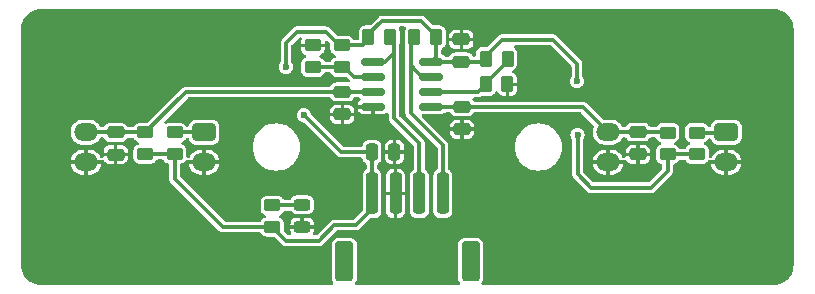
<source format=gtl>
G04 #@! TF.GenerationSoftware,KiCad,Pcbnew,8.0.6*
G04 #@! TF.CreationDate,2025-03-21T23:15:14+00:00*
G04 #@! TF.ProjectId,imu_rc_car_encoders,696d755f-7263-45f6-9361-725f656e636f,rev?*
G04 #@! TF.SameCoordinates,Original*
G04 #@! TF.FileFunction,Copper,L1,Top*
G04 #@! TF.FilePolarity,Positive*
%FSLAX46Y46*%
G04 Gerber Fmt 4.6, Leading zero omitted, Abs format (unit mm)*
G04 Created by KiCad (PCBNEW 8.0.6) date 2025-03-21 23:15:14*
%MOMM*%
%LPD*%
G01*
G04 APERTURE LIST*
G04 Aperture macros list*
%AMRoundRect*
0 Rectangle with rounded corners*
0 $1 Rounding radius*
0 $2 $3 $4 $5 $6 $7 $8 $9 X,Y pos of 4 corners*
0 Add a 4 corners polygon primitive as box body*
4,1,4,$2,$3,$4,$5,$6,$7,$8,$9,$2,$3,0*
0 Add four circle primitives for the rounded corners*
1,1,$1+$1,$2,$3*
1,1,$1+$1,$4,$5*
1,1,$1+$1,$6,$7*
1,1,$1+$1,$8,$9*
0 Add four rect primitives between the rounded corners*
20,1,$1+$1,$2,$3,$4,$5,0*
20,1,$1+$1,$4,$5,$6,$7,0*
20,1,$1+$1,$6,$7,$8,$9,0*
20,1,$1+$1,$8,$9,$2,$3,0*%
G04 Aperture macros list end*
G04 #@! TA.AperFunction,SMDPad,CuDef*
%ADD10RoundRect,0.250000X-0.475000X0.250000X-0.475000X-0.250000X0.475000X-0.250000X0.475000X0.250000X0*%
G04 #@! TD*
G04 #@! TA.AperFunction,SMDPad,CuDef*
%ADD11RoundRect,0.250000X0.262500X0.450000X-0.262500X0.450000X-0.262500X-0.450000X0.262500X-0.450000X0*%
G04 #@! TD*
G04 #@! TA.AperFunction,SMDPad,CuDef*
%ADD12RoundRect,0.243750X0.456250X-0.243750X0.456250X0.243750X-0.456250X0.243750X-0.456250X-0.243750X0*%
G04 #@! TD*
G04 #@! TA.AperFunction,SMDPad,CuDef*
%ADD13RoundRect,0.150000X-0.825000X-0.150000X0.825000X-0.150000X0.825000X0.150000X-0.825000X0.150000X0*%
G04 #@! TD*
G04 #@! TA.AperFunction,SMDPad,CuDef*
%ADD14RoundRect,0.250000X-0.262500X-0.450000X0.262500X-0.450000X0.262500X0.450000X-0.262500X0.450000X0*%
G04 #@! TD*
G04 #@! TA.AperFunction,SMDPad,CuDef*
%ADD15RoundRect,0.250000X0.450000X-0.262500X0.450000X0.262500X-0.450000X0.262500X-0.450000X-0.262500X0*%
G04 #@! TD*
G04 #@! TA.AperFunction,SMDPad,CuDef*
%ADD16RoundRect,0.250000X-0.250000X-0.475000X0.250000X-0.475000X0.250000X0.475000X-0.250000X0.475000X0*%
G04 #@! TD*
G04 #@! TA.AperFunction,SMDPad,CuDef*
%ADD17RoundRect,0.250000X-0.250000X-1.500000X0.250000X-1.500000X0.250000X1.500000X-0.250000X1.500000X0*%
G04 #@! TD*
G04 #@! TA.AperFunction,SMDPad,CuDef*
%ADD18RoundRect,0.250001X-0.499999X-1.449999X0.499999X-1.449999X0.499999X1.449999X-0.499999X1.449999X0*%
G04 #@! TD*
G04 #@! TA.AperFunction,SMDPad,CuDef*
%ADD19RoundRect,0.250000X-0.450000X0.262500X-0.450000X-0.262500X0.450000X-0.262500X0.450000X0.262500X0*%
G04 #@! TD*
G04 #@! TA.AperFunction,SMDPad,CuDef*
%ADD20RoundRect,0.250000X0.475000X-0.250000X0.475000X0.250000X-0.475000X0.250000X-0.475000X-0.250000X0*%
G04 #@! TD*
G04 #@! TA.AperFunction,ComponentPad*
%ADD21RoundRect,0.340500X0.659500X-0.409500X0.659500X0.409500X-0.659500X0.409500X-0.659500X-0.409500X0*%
G04 #@! TD*
G04 #@! TA.AperFunction,ComponentPad*
%ADD22O,2.000000X1.500000*%
G04 #@! TD*
G04 #@! TA.AperFunction,ViaPad*
%ADD23C,0.600000*%
G04 #@! TD*
G04 #@! TA.AperFunction,Conductor*
%ADD24C,0.300000*%
G04 #@! TD*
G04 APERTURE END LIST*
D10*
X50038098Y-21009623D03*
X50038098Y-22909623D03*
D11*
X47840645Y-15116341D03*
X46015645Y-15116341D03*
D12*
X36510000Y-31180000D03*
X36510000Y-29305000D03*
D13*
X42499378Y-17201331D03*
X42499378Y-18471331D03*
X42499378Y-19741331D03*
X42499378Y-21011331D03*
X47449378Y-21011331D03*
X47449378Y-19741331D03*
X47449378Y-18471331D03*
X47449378Y-17201331D03*
D14*
X52065000Y-16920000D03*
X53890000Y-16920000D03*
D15*
X25710000Y-25001250D03*
X25710000Y-23176250D03*
X67440000Y-25023750D03*
X67440000Y-23198750D03*
D14*
X42115645Y-15116341D03*
X43940645Y-15116341D03*
D15*
X37403145Y-17641341D03*
X37403145Y-15816341D03*
X23225000Y-25001250D03*
X23225000Y-23176250D03*
D10*
X20710000Y-23158750D03*
X20710000Y-25058750D03*
D16*
X42420000Y-24840000D03*
X44320000Y-24840000D03*
D14*
X52062355Y-19107109D03*
X53887355Y-19107109D03*
D10*
X64925000Y-23141250D03*
X64925000Y-25041250D03*
D15*
X69925000Y-25023750D03*
X69925000Y-23198750D03*
D17*
X42418758Y-28343805D03*
X44418758Y-28343805D03*
X46418758Y-28343805D03*
X48418758Y-28343805D03*
D18*
X40068758Y-34093805D03*
X50768758Y-34093805D03*
D19*
X33989145Y-29359742D03*
X33989145Y-31184742D03*
D20*
X49979237Y-17205366D03*
X49979237Y-15305366D03*
D19*
X39903145Y-15816341D03*
X39903145Y-17641341D03*
D10*
X39903145Y-19741341D03*
X39903145Y-21641341D03*
D21*
X72406606Y-23152627D03*
D22*
X72406606Y-25692627D03*
X62406606Y-25692627D03*
X62406606Y-23152627D03*
D21*
X28200000Y-23152627D03*
D22*
X28200000Y-25692627D03*
X18200000Y-25692627D03*
X18200000Y-23152627D03*
D23*
X69500000Y-32000000D03*
X39500000Y-27000000D03*
X69500000Y-27000000D03*
X54500000Y-32000000D03*
X64500000Y-32000000D03*
X54500000Y-34500000D03*
X77000000Y-32000000D03*
X67000000Y-14500000D03*
X77000000Y-27000000D03*
X19500000Y-14500000D03*
X62000000Y-14500000D03*
X52000000Y-27000000D03*
X52000000Y-29500000D03*
X32000000Y-17000000D03*
X47000000Y-34500000D03*
X27000000Y-14500000D03*
X77000000Y-29500000D03*
X57000000Y-19500000D03*
X74500000Y-17000000D03*
X22000000Y-17000000D03*
X27000000Y-32000000D03*
X22000000Y-29500000D03*
X14500000Y-14500000D03*
X69500000Y-14500000D03*
X44500000Y-32000000D03*
X59500000Y-34500000D03*
X14500000Y-29500000D03*
X69500000Y-29500000D03*
X64500000Y-17000000D03*
X32000000Y-14500000D03*
X74500000Y-29500000D03*
X14500000Y-27000000D03*
X77000000Y-14500000D03*
X64500000Y-19500000D03*
X22000000Y-27000000D03*
X24500000Y-32000000D03*
X74500000Y-22000000D03*
X77000000Y-24500000D03*
X72000000Y-29500000D03*
X77000000Y-22000000D03*
X57000000Y-32000000D03*
X22000000Y-14500000D03*
X49500000Y-24500000D03*
X24500000Y-34500000D03*
X77000000Y-19500000D03*
X42000000Y-32000000D03*
X24500000Y-19500000D03*
X57000000Y-34500000D03*
X77000000Y-34500000D03*
X24500000Y-27000000D03*
X32000000Y-22000000D03*
X74500000Y-27000000D03*
X69500000Y-17000000D03*
X72000000Y-17000000D03*
X29500000Y-14500000D03*
X74500000Y-14500000D03*
X72000000Y-34500000D03*
X77000000Y-17000000D03*
X52000000Y-22000000D03*
X22000000Y-34500000D03*
X37000000Y-34500000D03*
X72000000Y-19500000D03*
X24500000Y-14500000D03*
X29500000Y-34500000D03*
X24500000Y-29500000D03*
X62000000Y-17000000D03*
X64500000Y-29500000D03*
X27000000Y-34500000D03*
X62000000Y-29500000D03*
X14500000Y-34500000D03*
X67000000Y-17000000D03*
X72000000Y-32000000D03*
X37000000Y-27000000D03*
X14500000Y-19500000D03*
X14500000Y-32000000D03*
X19500000Y-29500000D03*
X47000000Y-32000000D03*
X19500000Y-32000000D03*
X32000000Y-27000000D03*
X54500000Y-27000000D03*
X17000000Y-29500000D03*
X17000000Y-19500000D03*
X19500000Y-34500000D03*
X59500000Y-29500000D03*
X32000000Y-34500000D03*
X74500000Y-24500000D03*
X59500000Y-32000000D03*
X62000000Y-32000000D03*
X14500000Y-17000000D03*
X19500000Y-19500000D03*
X17000000Y-14500000D03*
X62000000Y-19500000D03*
X72000000Y-14500000D03*
X57000000Y-17000000D03*
X22000000Y-19500000D03*
X27000000Y-17000000D03*
X14500000Y-24500000D03*
X54500000Y-22000000D03*
X69500000Y-34500000D03*
X22000000Y-32000000D03*
X74500000Y-32000000D03*
X69500000Y-19500000D03*
X59500000Y-14500000D03*
X74500000Y-19500000D03*
X14500000Y-22000000D03*
X57000000Y-29500000D03*
X34500000Y-34500000D03*
X67000000Y-32000000D03*
X17000000Y-32000000D03*
X64500000Y-14500000D03*
X44500000Y-34500000D03*
X19500000Y-17000000D03*
X17000000Y-34500000D03*
X62000000Y-34500000D03*
X42000000Y-34500000D03*
X29500000Y-17000000D03*
X32000000Y-29500000D03*
X74500000Y-34500000D03*
X24500000Y-17000000D03*
X39500000Y-29500000D03*
X67000000Y-34500000D03*
X67000000Y-29500000D03*
X54500000Y-29500000D03*
X52000000Y-24500000D03*
X64500000Y-34500000D03*
X17000000Y-17000000D03*
X67000000Y-19500000D03*
X59820000Y-23380000D03*
X59760000Y-18840000D03*
X35130000Y-17620000D03*
X36660000Y-21720000D03*
D24*
X42499378Y-19741331D02*
X39903155Y-19741331D01*
X26659909Y-19741341D02*
X39903145Y-19741341D01*
X20710000Y-23158750D02*
X23207500Y-23158750D01*
X23207500Y-23158750D02*
X23225000Y-23176250D01*
X39903155Y-19741331D02*
X39903145Y-19741341D01*
X18200000Y-23152627D02*
X20703877Y-23152627D01*
X20703877Y-23152627D02*
X20710000Y-23158750D01*
X23225000Y-23176250D02*
X26659909Y-19741341D01*
X64925000Y-23141250D02*
X67382500Y-23141250D01*
X47449378Y-21011331D02*
X50036390Y-21011331D01*
X62406606Y-23152627D02*
X64913623Y-23152627D01*
X60263602Y-21009623D02*
X50038098Y-21009623D01*
X64913623Y-23152627D02*
X64925000Y-23141250D01*
X62406606Y-23152627D02*
X60263602Y-21009623D01*
X67382500Y-23141250D02*
X67440000Y-23198750D01*
X50036390Y-21011331D02*
X50038098Y-21009623D01*
X47449378Y-17201331D02*
X49975202Y-17201331D01*
X42115645Y-15116341D02*
X42115645Y-15334355D01*
X35144403Y-32340000D02*
X33989145Y-31184742D01*
X23225000Y-25001250D02*
X25710000Y-25001250D01*
X60980000Y-27850000D02*
X66020000Y-27850000D01*
X35130000Y-15590000D02*
X36070000Y-14650000D01*
X42418758Y-28343805D02*
X42418758Y-24841242D01*
X52065000Y-16665000D02*
X52065000Y-16920000D01*
X42115645Y-14884355D02*
X43260000Y-13740000D01*
X39656341Y-15816341D02*
X39903145Y-15816341D01*
X33989145Y-31184742D02*
X29764742Y-31184742D01*
X35130000Y-17620000D02*
X35130000Y-15590000D01*
X49979237Y-17205366D02*
X51779634Y-17205366D01*
X42418758Y-24841242D02*
X42420000Y-24840000D01*
X47840645Y-16810064D02*
X47449378Y-17201331D01*
X41060000Y-31020000D02*
X39230000Y-31020000D01*
X42418758Y-29661242D02*
X41060000Y-31020000D01*
X66020000Y-27850000D02*
X67440000Y-26430000D01*
X41633659Y-15816341D02*
X39903145Y-15816341D01*
X47840645Y-15116341D02*
X47840645Y-16810064D01*
X42115645Y-15334355D02*
X41633659Y-15816341D01*
X49975202Y-17201331D02*
X49979237Y-17205366D01*
X59760000Y-18840000D02*
X59760000Y-17360000D01*
X59820000Y-23380000D02*
X59820000Y-26690000D01*
X25710000Y-27130000D02*
X25710000Y-25001250D01*
X38490000Y-14650000D02*
X39656341Y-15816341D01*
X39230000Y-31020000D02*
X37910000Y-32340000D01*
X67440000Y-26430000D02*
X67440000Y-25023750D01*
X59820000Y-26690000D02*
X60980000Y-27850000D01*
X67440000Y-25023750D02*
X69925000Y-25023750D01*
X57720000Y-15320000D02*
X53410000Y-15320000D01*
X43260000Y-13740000D02*
X46600000Y-13740000D01*
X36660000Y-21720000D02*
X39780000Y-24840000D01*
X59760000Y-17360000D02*
X57720000Y-15320000D01*
X46600000Y-13740000D02*
X47840645Y-14980645D01*
X37910000Y-32340000D02*
X35144403Y-32340000D01*
X47840645Y-14980645D02*
X47840645Y-15116341D01*
X42418758Y-28343805D02*
X42418758Y-29661242D01*
X53410000Y-15320000D02*
X52065000Y-16665000D01*
X42115645Y-15116341D02*
X42115645Y-14884355D01*
X36070000Y-14650000D02*
X38490000Y-14650000D01*
X29764742Y-31184742D02*
X25710000Y-27130000D01*
X39780000Y-24840000D02*
X42420000Y-24840000D01*
X51779634Y-17205366D02*
X52065000Y-16920000D01*
X33989145Y-29359742D02*
X36455258Y-29359742D01*
X36214145Y-29359742D02*
X36264145Y-29309742D01*
X36455258Y-29359742D02*
X36510000Y-29305000D01*
X43940645Y-15116341D02*
X44290000Y-15465696D01*
X44290000Y-16460000D02*
X44290000Y-21980000D01*
X44290000Y-16460000D02*
X43548669Y-17201331D01*
X44290000Y-21980000D02*
X46418758Y-24108758D01*
X44290000Y-15465696D02*
X44290000Y-16460000D01*
X43548669Y-17201331D02*
X42499378Y-17201331D01*
X46418758Y-24108758D02*
X46418758Y-28343805D01*
X46686976Y-18471331D02*
X46015645Y-17800000D01*
X45690000Y-21530000D02*
X48418758Y-24258758D01*
X48418758Y-24258758D02*
X48418758Y-28343805D01*
X45690000Y-15441986D02*
X46015645Y-15116341D01*
X45690000Y-17474355D02*
X45690000Y-15441986D01*
X46015645Y-17800000D02*
X45690000Y-17474355D01*
X47449378Y-18471331D02*
X46686976Y-18471331D01*
X45690000Y-15441986D02*
X45690000Y-21530000D01*
X25733623Y-23152627D02*
X25710000Y-23176250D01*
X28200000Y-23152627D02*
X25733623Y-23152627D01*
X72360483Y-23198750D02*
X72406606Y-23152627D01*
X69925000Y-23198750D02*
X72360483Y-23198750D01*
X40911331Y-18471331D02*
X40081341Y-17641341D01*
X40081341Y-17641341D02*
X39903145Y-17641341D01*
X37403145Y-17641341D02*
X39903145Y-17641341D01*
X42499378Y-18471331D02*
X40911331Y-18471331D01*
X47449378Y-19741331D02*
X51428133Y-19741331D01*
X52062355Y-19107109D02*
X52062355Y-18967645D01*
X52062355Y-18967645D02*
X53890000Y-17140000D01*
X53890000Y-17140000D02*
X53890000Y-16920000D01*
X51428133Y-19741331D02*
X52062355Y-19107109D01*
G04 #@! TA.AperFunction,Conductor*
G36*
X76419524Y-12715094D02*
G01*
X76442311Y-12716723D01*
X76645445Y-12731253D01*
X76666477Y-12734277D01*
X76882603Y-12781293D01*
X76902998Y-12787282D01*
X77110216Y-12864573D01*
X77129552Y-12873403D01*
X77323671Y-12979402D01*
X77341555Y-12990896D01*
X77518603Y-13123434D01*
X77534666Y-13137352D01*
X77691062Y-13293750D01*
X77704975Y-13309806D01*
X77823645Y-13468334D01*
X77837519Y-13486868D01*
X77849012Y-13504752D01*
X77955005Y-13698866D01*
X77963836Y-13718204D01*
X78041124Y-13925427D01*
X78047113Y-13945825D01*
X78094124Y-14161938D01*
X78097149Y-14182981D01*
X78113333Y-14409299D01*
X78113713Y-14419927D01*
X78113713Y-14473808D01*
X78113714Y-14473821D01*
X78113714Y-34408894D01*
X78113334Y-34419525D01*
X78097174Y-34645442D01*
X78094149Y-34666484D01*
X78047134Y-34882606D01*
X78041144Y-34903004D01*
X77963855Y-35110221D01*
X77955024Y-35129559D01*
X77849026Y-35323677D01*
X77837533Y-35341560D01*
X77704992Y-35518614D01*
X77691070Y-35534681D01*
X77534681Y-35691070D01*
X77518614Y-35704992D01*
X77341560Y-35837533D01*
X77323677Y-35849026D01*
X77129559Y-35955024D01*
X77110221Y-35963855D01*
X76903004Y-36041144D01*
X76882606Y-36047134D01*
X76666484Y-36094149D01*
X76645442Y-36097174D01*
X76450276Y-36111134D01*
X76419523Y-36113334D01*
X76408895Y-36113714D01*
X51827454Y-36113714D01*
X51752954Y-36093752D01*
X51698416Y-36039214D01*
X51678454Y-35964714D01*
X51698416Y-35890214D01*
X51708730Y-35874683D01*
X51738393Y-35835566D01*
X51753119Y-35816147D01*
X51808634Y-35675369D01*
X51819258Y-35586904D01*
X51819257Y-32600707D01*
X51808634Y-32512241D01*
X51753119Y-32371463D01*
X51661680Y-32250883D01*
X51661678Y-32250881D01*
X51603396Y-32206684D01*
X51541100Y-32159444D01*
X51541098Y-32159443D01*
X51400323Y-32103929D01*
X51400318Y-32103928D01*
X51328462Y-32095299D01*
X51311857Y-32093305D01*
X51311856Y-32093305D01*
X50225663Y-32093305D01*
X50225657Y-32093306D01*
X50137197Y-32103928D01*
X50137190Y-32103930D01*
X49996418Y-32159443D01*
X49996416Y-32159443D01*
X49875837Y-32250881D01*
X49875834Y-32250884D01*
X49784396Y-32371463D01*
X49784396Y-32371465D01*
X49728882Y-32512239D01*
X49728881Y-32512244D01*
X49718258Y-32600705D01*
X49718258Y-35586899D01*
X49718259Y-35586905D01*
X49728881Y-35675365D01*
X49728883Y-35675372D01*
X49784396Y-35816144D01*
X49784396Y-35816146D01*
X49828786Y-35874683D01*
X49857896Y-35946107D01*
X49847393Y-36022517D01*
X49800093Y-36083438D01*
X49728669Y-36112548D01*
X49710062Y-36113714D01*
X41127454Y-36113714D01*
X41052954Y-36093752D01*
X40998416Y-36039214D01*
X40978454Y-35964714D01*
X40998416Y-35890214D01*
X41008730Y-35874683D01*
X41038393Y-35835566D01*
X41053119Y-35816147D01*
X41108634Y-35675369D01*
X41119258Y-35586904D01*
X41119257Y-32600707D01*
X41108634Y-32512241D01*
X41053119Y-32371463D01*
X40961680Y-32250883D01*
X40961678Y-32250881D01*
X40903396Y-32206684D01*
X40841100Y-32159444D01*
X40841098Y-32159443D01*
X40700323Y-32103929D01*
X40700318Y-32103928D01*
X40628462Y-32095299D01*
X40611857Y-32093305D01*
X40611856Y-32093305D01*
X39525663Y-32093305D01*
X39525657Y-32093306D01*
X39437197Y-32103928D01*
X39437190Y-32103930D01*
X39296418Y-32159443D01*
X39296416Y-32159443D01*
X39175837Y-32250881D01*
X39175834Y-32250884D01*
X39084396Y-32371463D01*
X39084396Y-32371465D01*
X39028882Y-32512239D01*
X39028881Y-32512244D01*
X39018258Y-32600705D01*
X39018258Y-35586899D01*
X39018259Y-35586905D01*
X39028881Y-35675365D01*
X39028883Y-35675372D01*
X39084396Y-35816144D01*
X39084396Y-35816146D01*
X39128786Y-35874683D01*
X39157896Y-35946107D01*
X39147393Y-36022517D01*
X39100093Y-36083438D01*
X39028669Y-36112548D01*
X39010062Y-36113714D01*
X14473821Y-36113714D01*
X14473809Y-36113713D01*
X14419526Y-36113713D01*
X14408898Y-36113333D01*
X14182977Y-36097177D01*
X14161934Y-36094152D01*
X13945817Y-36047140D01*
X13925419Y-36041151D01*
X13718192Y-35963861D01*
X13698854Y-35955030D01*
X13504735Y-35849035D01*
X13486850Y-35837541D01*
X13309795Y-35705001D01*
X13293729Y-35691080D01*
X13137335Y-35534688D01*
X13123413Y-35518621D01*
X12990872Y-35341570D01*
X12979378Y-35323686D01*
X12966933Y-35300895D01*
X12873375Y-35129558D01*
X12864550Y-35110232D01*
X12787255Y-34903002D01*
X12781267Y-34882610D01*
X12769746Y-34829653D01*
X12734249Y-34666484D01*
X12731225Y-34645442D01*
X12724639Y-34553370D01*
X12715094Y-34419915D01*
X12714714Y-34409285D01*
X12714714Y-25542626D01*
X16909266Y-25542626D01*
X16909267Y-25542627D01*
X17826082Y-25542627D01*
X17800000Y-25639966D01*
X17800000Y-25745288D01*
X17826082Y-25842627D01*
X16909266Y-25842627D01*
X16940349Y-25998898D01*
X16940350Y-25998900D01*
X17019499Y-26189984D01*
X17019504Y-26189994D01*
X17134410Y-26361961D01*
X17134414Y-26361966D01*
X17280660Y-26508212D01*
X17280665Y-26508216D01*
X17452632Y-26623122D01*
X17452642Y-26623127D01*
X17643726Y-26702276D01*
X17643728Y-26702277D01*
X17846584Y-26742627D01*
X18050000Y-26742627D01*
X18050000Y-26066545D01*
X18147339Y-26092627D01*
X18252661Y-26092627D01*
X18350000Y-26066545D01*
X18350000Y-26742627D01*
X18553416Y-26742627D01*
X18756271Y-26702277D01*
X18756273Y-26702276D01*
X18947357Y-26623127D01*
X18947367Y-26623122D01*
X19119334Y-26508216D01*
X19119339Y-26508212D01*
X19265585Y-26361966D01*
X19265589Y-26361961D01*
X19380495Y-26189994D01*
X19380500Y-26189984D01*
X19459649Y-25998900D01*
X19459650Y-25998898D01*
X19490734Y-25842627D01*
X18573918Y-25842627D01*
X18600000Y-25745288D01*
X18600000Y-25639966D01*
X18573918Y-25542627D01*
X19490734Y-25542627D01*
X19495599Y-25536699D01*
X19558292Y-25491773D01*
X19635049Y-25484213D01*
X19705302Y-25516044D01*
X19746048Y-25571977D01*
X19746082Y-25571959D01*
X19746239Y-25572239D01*
X19749390Y-25576564D01*
X19751077Y-25580842D01*
X19751079Y-25580845D01*
X19842433Y-25701312D01*
X19842437Y-25701316D01*
X19962904Y-25792670D01*
X19962903Y-25792670D01*
X20103556Y-25848136D01*
X20191939Y-25858749D01*
X20191941Y-25858750D01*
X20560000Y-25858750D01*
X20860000Y-25858750D01*
X21228059Y-25858750D01*
X21228060Y-25858749D01*
X21316443Y-25848136D01*
X21457096Y-25792670D01*
X21577562Y-25701316D01*
X21577566Y-25701312D01*
X21668920Y-25580846D01*
X21724386Y-25440193D01*
X21734999Y-25351810D01*
X21735000Y-25351808D01*
X21735000Y-25208750D01*
X20860000Y-25208750D01*
X20860000Y-25858750D01*
X20560000Y-25858750D01*
X20560000Y-25208750D01*
X19685000Y-25208750D01*
X19674961Y-25218788D01*
X19665038Y-25255823D01*
X19610500Y-25310361D01*
X19536000Y-25330323D01*
X19461500Y-25310361D01*
X19406962Y-25255823D01*
X19398342Y-25238343D01*
X19380500Y-25195269D01*
X19380495Y-25195259D01*
X19265589Y-25023292D01*
X19265585Y-25023287D01*
X19119339Y-24877041D01*
X19119334Y-24877037D01*
X18952692Y-24765689D01*
X19685000Y-24765689D01*
X19685000Y-24908750D01*
X20560000Y-24908750D01*
X20860000Y-24908750D01*
X21735000Y-24908750D01*
X21735000Y-24765691D01*
X21734999Y-24765689D01*
X21724386Y-24677306D01*
X21668920Y-24536653D01*
X21577566Y-24416187D01*
X21577562Y-24416183D01*
X21457095Y-24324829D01*
X21457096Y-24324829D01*
X21316443Y-24269363D01*
X21228060Y-24258750D01*
X20860000Y-24258750D01*
X20860000Y-24908750D01*
X20560000Y-24908750D01*
X20560000Y-24258750D01*
X20191939Y-24258750D01*
X20103556Y-24269363D01*
X19962903Y-24324829D01*
X19842437Y-24416183D01*
X19842433Y-24416187D01*
X19751079Y-24536653D01*
X19695613Y-24677306D01*
X19685000Y-24765689D01*
X18952692Y-24765689D01*
X18947367Y-24762131D01*
X18947357Y-24762126D01*
X18756273Y-24682977D01*
X18756271Y-24682976D01*
X18553416Y-24642627D01*
X18350000Y-24642627D01*
X18350000Y-25318708D01*
X18252661Y-25292627D01*
X18147339Y-25292627D01*
X18050000Y-25318708D01*
X18050000Y-24642627D01*
X17846584Y-24642627D01*
X17643728Y-24682976D01*
X17643726Y-24682977D01*
X17452642Y-24762126D01*
X17452632Y-24762131D01*
X17280665Y-24877037D01*
X17280660Y-24877041D01*
X17134414Y-25023287D01*
X17134410Y-25023292D01*
X17019504Y-25195259D01*
X17019499Y-25195269D01*
X16940350Y-25386353D01*
X16940349Y-25386355D01*
X16909266Y-25542626D01*
X12714714Y-25542626D01*
X12714714Y-23049161D01*
X16899500Y-23049161D01*
X16899500Y-23256092D01*
X16925074Y-23384665D01*
X16939870Y-23459047D01*
X16953455Y-23491846D01*
X17019057Y-23650223D01*
X17134022Y-23822281D01*
X17280345Y-23968604D01*
X17452403Y-24083569D01*
X17531591Y-24116369D01*
X17643580Y-24162757D01*
X17846535Y-24203127D01*
X18553465Y-24203127D01*
X18756420Y-24162757D01*
X18947598Y-24083568D01*
X19119655Y-23968604D01*
X19265977Y-23822282D01*
X19330122Y-23726282D01*
X19368165Y-23669347D01*
X19426153Y-23618493D01*
X19492054Y-23603127D01*
X19619642Y-23603127D01*
X19694142Y-23623089D01*
X19744221Y-23673168D01*
X19744481Y-23672972D01*
X19745911Y-23674858D01*
X19748680Y-23677627D01*
X19749521Y-23679103D01*
X19750641Y-23681095D01*
X19842076Y-23801670D01*
X19842079Y-23801673D01*
X19864555Y-23818717D01*
X19962658Y-23893111D01*
X20103436Y-23948627D01*
X20191898Y-23959250D01*
X20191899Y-23959250D01*
X21228101Y-23959250D01*
X21228102Y-23959250D01*
X21316564Y-23948627D01*
X21457342Y-23893111D01*
X21577922Y-23801672D01*
X21669361Y-23681092D01*
X21669361Y-23681090D01*
X21675519Y-23672971D01*
X21677526Y-23674493D01*
X21720953Y-23630068D01*
X21795221Y-23609260D01*
X21796915Y-23609250D01*
X22149069Y-23609250D01*
X22223569Y-23629212D01*
X22278107Y-23683750D01*
X22287676Y-23703579D01*
X22290060Y-23709623D01*
X22290640Y-23711094D01*
X22290641Y-23711095D01*
X22377111Y-23825123D01*
X22382078Y-23831672D01*
X22502658Y-23923111D01*
X22549920Y-23941749D01*
X22571196Y-23950139D01*
X22633178Y-23996040D01*
X22663906Y-24066783D01*
X22655145Y-24143412D01*
X22609244Y-24205394D01*
X22571196Y-24227361D01*
X22502658Y-24254388D01*
X22502658Y-24254389D01*
X22382079Y-24345826D01*
X22382076Y-24345829D01*
X22290639Y-24466408D01*
X22290638Y-24466408D01*
X22235122Y-24607186D01*
X22224500Y-24695644D01*
X22224500Y-25306855D01*
X22235122Y-25395313D01*
X22290638Y-25536091D01*
X22329316Y-25587096D01*
X22382078Y-25656672D01*
X22502658Y-25748111D01*
X22643436Y-25803627D01*
X22731898Y-25814250D01*
X22731899Y-25814250D01*
X23718101Y-25814250D01*
X23718102Y-25814250D01*
X23806564Y-25803627D01*
X23947342Y-25748111D01*
X24067922Y-25656672D01*
X24159361Y-25536092D01*
X24159363Y-25536088D01*
X24164069Y-25527720D01*
X24217984Y-25472566D01*
X24292253Y-25451760D01*
X24293944Y-25451750D01*
X24641056Y-25451750D01*
X24715556Y-25471712D01*
X24770094Y-25526250D01*
X24770931Y-25527720D01*
X24775636Y-25536088D01*
X24814316Y-25587096D01*
X24867078Y-25656672D01*
X24987658Y-25748111D01*
X25128436Y-25803627D01*
X25137698Y-25805968D01*
X25137371Y-25807258D01*
X25199848Y-25832304D01*
X25247497Y-25892953D01*
X25259500Y-25951543D01*
X25259500Y-27189310D01*
X25283713Y-27279672D01*
X25290202Y-27303891D01*
X25349506Y-27406607D01*
X25349509Y-27406611D01*
X25349511Y-27406614D01*
X29488128Y-31545231D01*
X29488130Y-31545232D01*
X29488131Y-31545233D01*
X29590857Y-31604542D01*
X29605166Y-31608375D01*
X29615059Y-31611025D01*
X29615066Y-31611029D01*
X29615067Y-31611028D01*
X29639281Y-31617516D01*
X29705433Y-31635242D01*
X32920201Y-31635242D01*
X32994701Y-31655204D01*
X33049239Y-31709742D01*
X33050076Y-31711212D01*
X33054781Y-31719580D01*
X33054783Y-31719583D01*
X33054784Y-31719584D01*
X33146223Y-31840164D01*
X33266803Y-31931603D01*
X33407581Y-31987119D01*
X33496043Y-31997742D01*
X34103324Y-31997742D01*
X34177824Y-32017704D01*
X34208683Y-32041383D01*
X34867790Y-32700490D01*
X34970517Y-32759799D01*
X35085094Y-32790500D01*
X37969306Y-32790500D01*
X37969309Y-32790500D01*
X38059673Y-32766286D01*
X38083887Y-32759799D01*
X38186614Y-32700489D01*
X39372962Y-31514141D01*
X39439757Y-31475577D01*
X39478321Y-31470500D01*
X41119306Y-31470500D01*
X41119309Y-31470500D01*
X41209673Y-31446286D01*
X41233887Y-31439799D01*
X41336614Y-31380489D01*
X42279157Y-30437946D01*
X42345952Y-30399382D01*
X42384516Y-30394305D01*
X42711859Y-30394305D01*
X42711860Y-30394305D01*
X42800322Y-30383682D01*
X42941100Y-30328166D01*
X43061680Y-30236727D01*
X43153119Y-30116147D01*
X43208635Y-29975369D01*
X43219258Y-29886907D01*
X43219258Y-29886865D01*
X43618758Y-29886865D01*
X43629371Y-29975248D01*
X43684837Y-30115901D01*
X43776191Y-30236367D01*
X43776195Y-30236371D01*
X43896662Y-30327725D01*
X43896661Y-30327725D01*
X44037314Y-30383191D01*
X44125697Y-30393804D01*
X44125699Y-30393805D01*
X44268758Y-30393805D01*
X44568758Y-30393805D01*
X44711817Y-30393805D01*
X44711818Y-30393804D01*
X44800201Y-30383191D01*
X44940854Y-30327725D01*
X45061320Y-30236371D01*
X45061324Y-30236367D01*
X45152678Y-30115901D01*
X45208144Y-29975248D01*
X45218757Y-29886865D01*
X45218758Y-29886863D01*
X45218758Y-28493805D01*
X44568758Y-28493805D01*
X44568758Y-30393805D01*
X44268758Y-30393805D01*
X44268758Y-28493805D01*
X43618758Y-28493805D01*
X43618758Y-29886865D01*
X43219258Y-29886865D01*
X43219258Y-26800744D01*
X43618758Y-26800744D01*
X43618758Y-28193805D01*
X44268758Y-28193805D01*
X44568758Y-28193805D01*
X45218758Y-28193805D01*
X45218758Y-26800746D01*
X45218757Y-26800744D01*
X45208144Y-26712361D01*
X45152678Y-26571708D01*
X45061324Y-26451242D01*
X45061320Y-26451238D01*
X44940853Y-26359884D01*
X44940854Y-26359884D01*
X44800201Y-26304418D01*
X44711818Y-26293805D01*
X44568758Y-26293805D01*
X44568758Y-28193805D01*
X44268758Y-28193805D01*
X44268758Y-26293805D01*
X44125697Y-26293805D01*
X44037314Y-26304418D01*
X43896661Y-26359884D01*
X43776195Y-26451238D01*
X43776191Y-26451242D01*
X43684837Y-26571708D01*
X43629371Y-26712361D01*
X43618758Y-26800744D01*
X43219258Y-26800744D01*
X43219258Y-26800703D01*
X43208635Y-26712241D01*
X43153119Y-26571463D01*
X43090820Y-26489310D01*
X43061681Y-26450884D01*
X43061678Y-26450881D01*
X42988684Y-26395528D01*
X42941100Y-26359444D01*
X42941099Y-26359443D01*
X42932979Y-26353286D01*
X42934501Y-26351278D01*
X42890076Y-26307852D01*
X42869268Y-26233584D01*
X42869258Y-26231890D01*
X42869258Y-25927613D01*
X42889220Y-25853113D01*
X42935339Y-25806993D01*
X42934221Y-25805519D01*
X42942342Y-25799361D01*
X43062922Y-25707922D01*
X43154361Y-25587342D01*
X43209877Y-25446564D01*
X43220500Y-25358102D01*
X43220500Y-25358060D01*
X43520000Y-25358060D01*
X43530613Y-25446443D01*
X43586079Y-25587096D01*
X43677433Y-25707562D01*
X43677437Y-25707566D01*
X43797904Y-25798920D01*
X43797903Y-25798920D01*
X43938556Y-25854386D01*
X44026939Y-25864999D01*
X44026941Y-25865000D01*
X44170000Y-25865000D01*
X44470000Y-25865000D01*
X44613059Y-25865000D01*
X44613060Y-25864999D01*
X44701443Y-25854386D01*
X44842096Y-25798920D01*
X44962562Y-25707566D01*
X44962566Y-25707562D01*
X45053920Y-25587096D01*
X45109386Y-25446443D01*
X45119999Y-25358060D01*
X45120000Y-25358058D01*
X45120000Y-24990000D01*
X44470000Y-24990000D01*
X44470000Y-25865000D01*
X44170000Y-25865000D01*
X44170000Y-24990000D01*
X43520000Y-24990000D01*
X43520000Y-25358060D01*
X43220500Y-25358060D01*
X43220500Y-24321939D01*
X43520000Y-24321939D01*
X43520000Y-24690000D01*
X44170000Y-24690000D01*
X44470000Y-24690000D01*
X45120000Y-24690000D01*
X45120000Y-24321941D01*
X45119999Y-24321939D01*
X45109386Y-24233556D01*
X45053920Y-24092903D01*
X44962566Y-23972437D01*
X44962562Y-23972433D01*
X44842095Y-23881079D01*
X44842096Y-23881079D01*
X44701443Y-23825613D01*
X44613060Y-23815000D01*
X44470000Y-23815000D01*
X44470000Y-24690000D01*
X44170000Y-24690000D01*
X44170000Y-23815000D01*
X44026939Y-23815000D01*
X43938556Y-23825613D01*
X43797903Y-23881079D01*
X43677437Y-23972433D01*
X43677433Y-23972437D01*
X43586079Y-24092903D01*
X43530613Y-24233556D01*
X43520000Y-24321939D01*
X43220500Y-24321939D01*
X43220500Y-24321898D01*
X43209877Y-24233436D01*
X43154361Y-24092658D01*
X43127009Y-24056589D01*
X43062923Y-23972079D01*
X43062920Y-23972076D01*
X43008920Y-23931127D01*
X42942342Y-23880639D01*
X42942341Y-23880638D01*
X42801563Y-23825122D01*
X42713105Y-23814500D01*
X42713102Y-23814500D01*
X42126898Y-23814500D01*
X42126894Y-23814500D01*
X42038436Y-23825122D01*
X41897658Y-23880638D01*
X41897658Y-23880639D01*
X41777079Y-23972076D01*
X41777076Y-23972079D01*
X41685639Y-24092658D01*
X41685638Y-24092658D01*
X41630123Y-24233435D01*
X41627141Y-24258267D01*
X41598438Y-24329855D01*
X41537786Y-24377501D01*
X41479204Y-24389500D01*
X40028321Y-24389500D01*
X39953821Y-24369538D01*
X39922962Y-24345859D01*
X37511504Y-21934401D01*
X38878145Y-21934401D01*
X38888758Y-22022784D01*
X38944224Y-22163437D01*
X39035578Y-22283903D01*
X39035582Y-22283907D01*
X39156049Y-22375261D01*
X39156048Y-22375261D01*
X39296701Y-22430727D01*
X39385084Y-22441340D01*
X39385086Y-22441341D01*
X39753145Y-22441341D01*
X40053145Y-22441341D01*
X40421204Y-22441341D01*
X40421205Y-22441340D01*
X40509588Y-22430727D01*
X40650241Y-22375261D01*
X40770707Y-22283907D01*
X40770711Y-22283903D01*
X40862065Y-22163437D01*
X40917531Y-22022784D01*
X40928144Y-21934401D01*
X40928145Y-21934399D01*
X40928145Y-21791341D01*
X40053145Y-21791341D01*
X40053145Y-22441341D01*
X39753145Y-22441341D01*
X39753145Y-21791341D01*
X38878145Y-21791341D01*
X38878145Y-21934401D01*
X37511504Y-21934401D01*
X37296682Y-21719579D01*
X37258118Y-21652784D01*
X37254317Y-21633678D01*
X37245044Y-21563238D01*
X37184536Y-21417159D01*
X37131683Y-21348280D01*
X38878145Y-21348280D01*
X38878145Y-21491341D01*
X39753145Y-21491341D01*
X40053145Y-21491341D01*
X40928145Y-21491341D01*
X40928145Y-21348282D01*
X40928144Y-21348280D01*
X40917531Y-21259897D01*
X40900043Y-21215550D01*
X41224379Y-21215550D01*
X41227228Y-21245935D01*
X41272031Y-21373976D01*
X41352586Y-21483122D01*
X41461732Y-21563677D01*
X41589775Y-21608480D01*
X41620174Y-21611330D01*
X42349378Y-21611330D01*
X42349378Y-21161331D01*
X41224379Y-21161331D01*
X41224379Y-21215550D01*
X40900043Y-21215550D01*
X40862065Y-21119244D01*
X40770711Y-20998778D01*
X40770707Y-20998774D01*
X40650240Y-20907420D01*
X40650241Y-20907420D01*
X40509588Y-20851954D01*
X40421205Y-20841341D01*
X40053145Y-20841341D01*
X40053145Y-21491341D01*
X39753145Y-21491341D01*
X39753145Y-20841341D01*
X39385084Y-20841341D01*
X39296701Y-20851954D01*
X39156048Y-20907420D01*
X39035582Y-20998774D01*
X39035578Y-20998778D01*
X38944224Y-21119244D01*
X38888758Y-21259897D01*
X38878145Y-21348280D01*
X37131683Y-21348280D01*
X37088282Y-21291718D01*
X37028617Y-21245935D01*
X36962840Y-21195463D01*
X36880437Y-21161331D01*
X36816762Y-21134956D01*
X36816760Y-21134955D01*
X36816756Y-21134954D01*
X36816759Y-21134954D01*
X36660003Y-21114318D01*
X36659997Y-21114318D01*
X36503242Y-21134954D01*
X36357159Y-21195463D01*
X36231718Y-21291717D01*
X36231717Y-21291718D01*
X36135463Y-21417159D01*
X36074954Y-21563242D01*
X36054318Y-21719997D01*
X36054318Y-21720002D01*
X36074954Y-21876757D01*
X36135463Y-22022840D01*
X36210198Y-22120236D01*
X36231718Y-22148282D01*
X36357159Y-22244536D01*
X36503238Y-22305044D01*
X36573669Y-22314316D01*
X36644924Y-22343830D01*
X36659579Y-22356682D01*
X39503386Y-25200489D01*
X39562696Y-25234731D01*
X39606114Y-25259799D01*
X39720691Y-25290500D01*
X41479204Y-25290500D01*
X41553704Y-25310462D01*
X41608242Y-25365000D01*
X41627141Y-25421733D01*
X41630123Y-25446564D01*
X41685638Y-25587341D01*
X41767988Y-25695936D01*
X41777078Y-25707922D01*
X41897076Y-25798920D01*
X41905779Y-25805519D01*
X41904030Y-25807824D01*
X41947430Y-25850236D01*
X41968248Y-25924502D01*
X41968258Y-25926216D01*
X41968258Y-26231890D01*
X41948296Y-26306390D01*
X41903184Y-26351501D01*
X41904537Y-26353286D01*
X41896416Y-26359443D01*
X41896416Y-26359444D01*
X41875059Y-26375638D01*
X41775837Y-26450881D01*
X41775834Y-26450884D01*
X41702920Y-26547037D01*
X41684397Y-26571463D01*
X41671611Y-26603887D01*
X41628880Y-26712241D01*
X41618258Y-26800699D01*
X41618258Y-29762921D01*
X41598296Y-29837421D01*
X41574617Y-29868280D01*
X40917038Y-30525859D01*
X40850243Y-30564423D01*
X40811679Y-30569500D01*
X39170687Y-30569500D01*
X39080326Y-30593712D01*
X39080326Y-30593713D01*
X39056113Y-30600201D01*
X38953389Y-30659508D01*
X37767038Y-31845859D01*
X37700243Y-31884423D01*
X37661679Y-31889500D01*
X37586010Y-31889500D01*
X37511510Y-31869538D01*
X37456972Y-31815000D01*
X37437010Y-31740500D01*
X37447398Y-31685840D01*
X37499505Y-31553702D01*
X37499506Y-31553697D01*
X37509999Y-31466318D01*
X37510000Y-31466316D01*
X37510000Y-31330000D01*
X35510000Y-31330000D01*
X35510000Y-31466318D01*
X35520493Y-31553697D01*
X35520494Y-31553702D01*
X35572602Y-31685840D01*
X35581362Y-31762469D01*
X35550633Y-31833211D01*
X35488650Y-31879112D01*
X35433990Y-31889500D01*
X35392724Y-31889500D01*
X35318224Y-31869538D01*
X35287365Y-31845859D01*
X35033286Y-31591780D01*
X34994722Y-31524985D01*
X34989645Y-31486421D01*
X34989645Y-30893681D01*
X35510000Y-30893681D01*
X35510000Y-31030000D01*
X36360000Y-31030000D01*
X36660000Y-31030000D01*
X37510000Y-31030000D01*
X37510000Y-30893683D01*
X37509999Y-30893681D01*
X37499506Y-30806302D01*
X37499505Y-30806300D01*
X37444671Y-30667248D01*
X37444671Y-30667247D01*
X37354355Y-30548147D01*
X37354352Y-30548144D01*
X37235251Y-30457828D01*
X37096199Y-30402994D01*
X37096197Y-30402993D01*
X37008818Y-30392500D01*
X36660000Y-30392500D01*
X36660000Y-31030000D01*
X36360000Y-31030000D01*
X36360000Y-30392500D01*
X36011181Y-30392500D01*
X35923802Y-30402993D01*
X35923800Y-30402994D01*
X35784748Y-30457828D01*
X35784747Y-30457828D01*
X35665647Y-30548144D01*
X35665644Y-30548147D01*
X35575328Y-30667247D01*
X35575328Y-30667248D01*
X35520494Y-30806300D01*
X35520493Y-30806302D01*
X35510000Y-30893681D01*
X34989645Y-30893681D01*
X34989645Y-30879141D01*
X34989645Y-30879140D01*
X34979022Y-30790678D01*
X34923506Y-30649900D01*
X34832067Y-30529320D01*
X34832065Y-30529318D01*
X34737791Y-30457828D01*
X34711487Y-30437881D01*
X34642945Y-30410851D01*
X34580966Y-30364953D01*
X34550238Y-30294210D01*
X34558998Y-30217581D01*
X34604899Y-30155598D01*
X34642943Y-30133633D01*
X34711487Y-30106603D01*
X34832067Y-30015164D01*
X34923506Y-29894584D01*
X34923508Y-29894580D01*
X34928214Y-29886212D01*
X34982129Y-29831058D01*
X35056398Y-29810252D01*
X35058089Y-29810242D01*
X35494999Y-29810242D01*
X35569499Y-29830204D01*
X35613723Y-29869211D01*
X35627144Y-29886910D01*
X35665289Y-29937211D01*
X35784500Y-30027611D01*
X35854089Y-30055054D01*
X35923678Y-30082497D01*
X35940095Y-30084468D01*
X36011140Y-30093000D01*
X36011141Y-30093000D01*
X37008859Y-30093000D01*
X37008860Y-30093000D01*
X37096321Y-30082497D01*
X37235500Y-30027611D01*
X37354711Y-29937211D01*
X37445111Y-29818000D01*
X37499997Y-29678821D01*
X37510500Y-29591360D01*
X37510500Y-29018640D01*
X37499997Y-28931179D01*
X37445111Y-28792000D01*
X37354711Y-28672789D01*
X37354709Y-28672787D01*
X37235500Y-28582389D01*
X37235498Y-28582388D01*
X37096321Y-28527502D01*
X37008863Y-28517000D01*
X37008860Y-28517000D01*
X36011140Y-28517000D01*
X36011136Y-28517000D01*
X35923678Y-28527502D01*
X35784501Y-28582388D01*
X35784499Y-28582389D01*
X35665290Y-28672787D01*
X35665287Y-28672790D01*
X35574889Y-28791999D01*
X35574887Y-28792002D01*
X35565857Y-28814903D01*
X35519956Y-28876886D01*
X35449214Y-28907614D01*
X35427246Y-28909242D01*
X35058089Y-28909242D01*
X34983589Y-28889280D01*
X34929051Y-28834742D01*
X34928214Y-28833272D01*
X34923508Y-28824903D01*
X34898558Y-28792002D01*
X34832067Y-28704320D01*
X34832065Y-28704318D01*
X34785127Y-28668724D01*
X34711487Y-28612881D01*
X34711486Y-28612880D01*
X34570708Y-28557364D01*
X34482250Y-28546742D01*
X34482247Y-28546742D01*
X33496043Y-28546742D01*
X33496039Y-28546742D01*
X33407581Y-28557364D01*
X33266803Y-28612880D01*
X33266803Y-28612881D01*
X33146224Y-28704318D01*
X33146221Y-28704321D01*
X33054784Y-28824900D01*
X33054783Y-28824900D01*
X32999267Y-28965678D01*
X32988645Y-29054136D01*
X32988645Y-29665347D01*
X32999267Y-29753805D01*
X33054783Y-29894583D01*
X33116044Y-29975368D01*
X33146223Y-30015164D01*
X33266803Y-30106603D01*
X33335341Y-30133631D01*
X33397323Y-30179532D01*
X33428051Y-30250275D01*
X33419290Y-30326904D01*
X33373389Y-30388886D01*
X33335341Y-30410853D01*
X33266803Y-30437880D01*
X33266803Y-30437881D01*
X33146224Y-30529318D01*
X33146221Y-30529321D01*
X33054781Y-30649903D01*
X33050076Y-30658272D01*
X32996161Y-30713426D01*
X32921892Y-30734232D01*
X32920201Y-30734242D01*
X30013063Y-30734242D01*
X29938563Y-30714280D01*
X29907704Y-30690601D01*
X26204141Y-26987038D01*
X26165577Y-26920243D01*
X26160500Y-26881679D01*
X26160500Y-25951543D01*
X26180462Y-25877043D01*
X26235000Y-25822505D01*
X26282484Y-25806688D01*
X26282302Y-25805968D01*
X26291562Y-25803627D01*
X26291564Y-25803627D01*
X26432342Y-25748111D01*
X26552922Y-25656672D01*
X26644361Y-25536092D01*
X26644361Y-25536090D01*
X26650519Y-25527971D01*
X26652086Y-25529159D01*
X26696982Y-25483224D01*
X26771248Y-25462411D01*
X26845972Y-25481519D01*
X26888132Y-25516876D01*
X26909265Y-25542627D01*
X27826082Y-25542627D01*
X27800000Y-25639966D01*
X27800000Y-25745288D01*
X27826082Y-25842627D01*
X26909266Y-25842627D01*
X26940349Y-25998898D01*
X26940350Y-25998900D01*
X27019499Y-26189984D01*
X27019504Y-26189994D01*
X27134410Y-26361961D01*
X27134414Y-26361966D01*
X27280660Y-26508212D01*
X27280665Y-26508216D01*
X27452632Y-26623122D01*
X27452642Y-26623127D01*
X27643726Y-26702276D01*
X27643728Y-26702277D01*
X27846584Y-26742627D01*
X28050000Y-26742627D01*
X28050000Y-26066545D01*
X28147339Y-26092627D01*
X28252661Y-26092627D01*
X28350000Y-26066545D01*
X28350000Y-26742627D01*
X28553416Y-26742627D01*
X28756271Y-26702277D01*
X28756273Y-26702276D01*
X28947357Y-26623127D01*
X28947367Y-26623122D01*
X29119334Y-26508216D01*
X29119339Y-26508212D01*
X29265585Y-26361966D01*
X29265589Y-26361961D01*
X29380495Y-26189994D01*
X29380500Y-26189984D01*
X29459649Y-25998900D01*
X29459650Y-25998898D01*
X29490734Y-25842627D01*
X28573918Y-25842627D01*
X28600000Y-25745288D01*
X28600000Y-25639966D01*
X28573918Y-25542627D01*
X29490733Y-25542627D01*
X29490733Y-25542626D01*
X29459650Y-25386355D01*
X29459649Y-25386353D01*
X29380500Y-25195269D01*
X29380495Y-25195259D01*
X29265589Y-25023292D01*
X29265585Y-25023287D01*
X29119339Y-24877041D01*
X29119334Y-24877037D01*
X28947367Y-24762131D01*
X28947357Y-24762126D01*
X28756273Y-24682977D01*
X28756271Y-24682976D01*
X28553416Y-24642627D01*
X28350000Y-24642627D01*
X28350000Y-25318708D01*
X28252661Y-25292627D01*
X28147339Y-25292627D01*
X28050000Y-25318708D01*
X28050000Y-24642627D01*
X27846584Y-24642627D01*
X27643728Y-24682976D01*
X27643726Y-24682977D01*
X27452642Y-24762126D01*
X27452632Y-24762131D01*
X27280665Y-24877037D01*
X27280660Y-24877041D01*
X27134414Y-25023287D01*
X27134410Y-25023292D01*
X27019504Y-25195259D01*
X27019499Y-25195269D01*
X26997158Y-25249207D01*
X26950205Y-25310397D01*
X26878948Y-25339912D01*
X26802480Y-25329845D01*
X26741290Y-25282892D01*
X26711775Y-25211635D01*
X26710500Y-25192187D01*
X26710500Y-24695649D01*
X26710500Y-24695648D01*
X26699877Y-24607186D01*
X26644361Y-24466408D01*
X26604858Y-24414316D01*
X26604850Y-24414305D01*
X32304297Y-24414305D01*
X32304297Y-24414316D01*
X32324709Y-24699728D01*
X32324711Y-24699738D01*
X32385536Y-24979351D01*
X32485540Y-25247473D01*
X32622678Y-25498623D01*
X32689092Y-25587341D01*
X32794168Y-25727706D01*
X32996512Y-25930050D01*
X33088485Y-25998900D01*
X33225594Y-26101539D01*
X33387588Y-26189994D01*
X33476746Y-26238678D01*
X33744861Y-26338680D01*
X34024479Y-26399507D01*
X34024486Y-26399507D01*
X34024489Y-26399508D01*
X34309902Y-26419921D01*
X34309907Y-26419921D01*
X34309912Y-26419921D01*
X34595324Y-26399508D01*
X34595325Y-26399507D01*
X34595335Y-26399507D01*
X34874953Y-26338680D01*
X35143068Y-26238678D01*
X35282818Y-26162368D01*
X35394219Y-26101539D01*
X35406124Y-26092627D01*
X35623302Y-25930050D01*
X35825646Y-25727706D01*
X35997133Y-25498626D01*
X35999544Y-25494212D01*
X36070099Y-25365000D01*
X36134274Y-25247472D01*
X36234276Y-24979357D01*
X36295103Y-24699739D01*
X36296302Y-24682976D01*
X36315517Y-24414316D01*
X36315517Y-24414305D01*
X36295104Y-24128893D01*
X36295103Y-24128890D01*
X36295103Y-24128883D01*
X36234276Y-23849265D01*
X36134274Y-23581150D01*
X36080052Y-23481850D01*
X35997135Y-23329998D01*
X35901826Y-23202681D01*
X35825646Y-23100916D01*
X35623302Y-22898572D01*
X35484887Y-22794956D01*
X35394219Y-22727082D01*
X35143069Y-22589944D01*
X34957756Y-22520826D01*
X34874953Y-22489942D01*
X34874951Y-22489941D01*
X34874947Y-22489940D01*
X34651537Y-22441341D01*
X34595335Y-22429115D01*
X34595333Y-22429114D01*
X34595324Y-22429113D01*
X34309912Y-22408701D01*
X34309902Y-22408701D01*
X34024489Y-22429113D01*
X34024479Y-22429115D01*
X33744866Y-22489940D01*
X33476744Y-22589944D01*
X33225594Y-22727082D01*
X32996513Y-22898571D01*
X32794167Y-23100917D01*
X32622678Y-23329998D01*
X32485540Y-23581148D01*
X32385536Y-23849270D01*
X32324711Y-24128883D01*
X32324709Y-24128893D01*
X32304297Y-24414305D01*
X26604850Y-24414305D01*
X26552923Y-24345829D01*
X26552920Y-24345826D01*
X26432343Y-24254390D01*
X26432342Y-24254389D01*
X26363800Y-24227359D01*
X26301821Y-24181461D01*
X26271093Y-24110718D01*
X26279853Y-24034089D01*
X26325754Y-23972106D01*
X26363798Y-23950141D01*
X26432342Y-23923111D01*
X26552922Y-23831672D01*
X26644361Y-23711092D01*
X26644364Y-23711082D01*
X26649356Y-23702208D01*
X26652618Y-23704042D01*
X26686745Y-23657898D01*
X26757468Y-23627125D01*
X26834102Y-23635837D01*
X26896114Y-23681699D01*
X26922613Y-23732913D01*
X26947542Y-23818719D01*
X26947543Y-23818722D01*
X26955481Y-23832144D01*
X27025262Y-23950138D01*
X27029985Y-23958123D01*
X27144504Y-24072642D01*
X27283905Y-24155084D01*
X27439423Y-24200265D01*
X27439424Y-24200266D01*
X27439428Y-24200267D01*
X27475766Y-24203127D01*
X27475774Y-24203127D01*
X28924226Y-24203127D01*
X28924234Y-24203127D01*
X28960572Y-24200267D01*
X29116095Y-24155084D01*
X29255496Y-24072642D01*
X29370015Y-23958123D01*
X29452457Y-23818722D01*
X29497640Y-23663199D01*
X29500500Y-23626861D01*
X29500500Y-22678393D01*
X29497640Y-22642055D01*
X29452457Y-22486532D01*
X29370015Y-22347131D01*
X29255496Y-22232612D01*
X29237021Y-22221686D01*
X29159267Y-22175702D01*
X29116095Y-22150170D01*
X29116092Y-22150169D01*
X29116090Y-22150168D01*
X28960577Y-22104988D01*
X28960575Y-22104987D01*
X28950661Y-22104207D01*
X28924234Y-22102127D01*
X27475766Y-22102127D01*
X27451540Y-22104033D01*
X27439424Y-22104987D01*
X27439422Y-22104988D01*
X27283909Y-22150168D01*
X27283903Y-22150171D01*
X27144511Y-22232607D01*
X27144506Y-22232610D01*
X27144504Y-22232612D01*
X27144502Y-22232614D01*
X27029987Y-22347129D01*
X27029980Y-22347138D01*
X26947544Y-22486530D01*
X26947541Y-22486535D01*
X26919226Y-22583999D01*
X26917500Y-22589944D01*
X26916119Y-22594696D01*
X26876165Y-22660669D01*
X26808577Y-22697826D01*
X26773035Y-22702127D01*
X26764412Y-22702127D01*
X26689912Y-22682165D01*
X26645688Y-22643158D01*
X26552923Y-22520829D01*
X26552920Y-22520826D01*
X26502996Y-22482968D01*
X26432342Y-22429389D01*
X26432341Y-22429388D01*
X26291563Y-22373872D01*
X26203105Y-22363250D01*
X26203102Y-22363250D01*
X25216898Y-22363250D01*
X25216894Y-22363250D01*
X25128436Y-22373872D01*
X25128433Y-22373873D01*
X25029424Y-22412918D01*
X24952795Y-22421679D01*
X24882053Y-22390951D01*
X24836152Y-22328968D01*
X24827391Y-22252339D01*
X24858119Y-22181597D01*
X24869404Y-22168948D01*
X25534589Y-21503764D01*
X26802871Y-20235482D01*
X26869666Y-20196918D01*
X26908230Y-20191841D01*
X38816230Y-20191841D01*
X38890730Y-20211803D01*
X38935841Y-20256914D01*
X38937626Y-20255562D01*
X39016397Y-20359438D01*
X39035223Y-20384263D01*
X39155803Y-20475702D01*
X39296581Y-20531218D01*
X39385043Y-20541841D01*
X39385044Y-20541841D01*
X40421246Y-20541841D01*
X40421247Y-20541841D01*
X40509709Y-20531218D01*
X40650487Y-20475702D01*
X40771067Y-20384263D01*
X40847836Y-20283028D01*
X40868664Y-20255563D01*
X40870668Y-20257083D01*
X40914100Y-20212651D01*
X40988368Y-20191841D01*
X40990066Y-20191831D01*
X41273863Y-20191831D01*
X41348363Y-20211793D01*
X41362341Y-20220945D01*
X41382038Y-20235482D01*
X41410442Y-20256445D01*
X41410863Y-20256755D01*
X41458952Y-20317056D01*
X41470448Y-20393322D01*
X41442271Y-20465119D01*
X41410866Y-20496525D01*
X41352586Y-20539538D01*
X41272031Y-20648685D01*
X41227228Y-20776728D01*
X41224378Y-20807118D01*
X41224378Y-20861331D01*
X42500378Y-20861331D01*
X42574878Y-20881293D01*
X42629416Y-20935831D01*
X42649378Y-21010331D01*
X42649378Y-21611330D01*
X43378577Y-21611330D01*
X43378597Y-21611329D01*
X43408982Y-21608480D01*
X43537023Y-21563677D01*
X43602020Y-21515707D01*
X43673817Y-21487529D01*
X43750083Y-21499024D01*
X43810385Y-21547112D01*
X43838563Y-21618909D01*
X43839500Y-21635592D01*
X43839500Y-22039309D01*
X43861184Y-22120236D01*
X43863713Y-22129672D01*
X43870202Y-22153891D01*
X43929506Y-22256607D01*
X43929509Y-22256611D01*
X43929511Y-22256614D01*
X45924618Y-24251721D01*
X45963181Y-24318514D01*
X45968258Y-24357078D01*
X45968258Y-26231890D01*
X45948296Y-26306390D01*
X45903184Y-26351501D01*
X45904537Y-26353286D01*
X45896416Y-26359443D01*
X45896416Y-26359444D01*
X45875059Y-26375638D01*
X45775837Y-26450881D01*
X45775834Y-26450884D01*
X45702920Y-26547037D01*
X45684397Y-26571463D01*
X45671611Y-26603887D01*
X45628880Y-26712241D01*
X45618258Y-26800699D01*
X45618258Y-29886910D01*
X45628880Y-29975368D01*
X45684396Y-30116146D01*
X45732463Y-30179532D01*
X45775836Y-30236727D01*
X45896416Y-30328166D01*
X46037194Y-30383682D01*
X46125656Y-30394305D01*
X46125657Y-30394305D01*
X46711859Y-30394305D01*
X46711860Y-30394305D01*
X46800322Y-30383682D01*
X46941100Y-30328166D01*
X47061680Y-30236727D01*
X47153119Y-30116147D01*
X47208635Y-29975369D01*
X47219258Y-29886907D01*
X47219258Y-26800703D01*
X47208635Y-26712241D01*
X47153119Y-26571463D01*
X47090820Y-26489310D01*
X47061681Y-26450884D01*
X47061678Y-26450881D01*
X46988684Y-26395528D01*
X46941100Y-26359444D01*
X46941099Y-26359443D01*
X46932979Y-26353286D01*
X46934501Y-26351278D01*
X46890076Y-26307852D01*
X46869268Y-26233584D01*
X46869258Y-26231890D01*
X46869258Y-24049449D01*
X46869257Y-24049447D01*
X46865142Y-24034089D01*
X46838557Y-23934872D01*
X46804342Y-23875611D01*
X46779247Y-23832144D01*
X44784141Y-21837038D01*
X44745577Y-21770243D01*
X44740500Y-21731679D01*
X44740500Y-15726422D01*
X44742853Y-15707507D01*
X44741883Y-15707391D01*
X44748041Y-15656107D01*
X44753645Y-15609443D01*
X44753645Y-14623239D01*
X44743022Y-14534777D01*
X44687569Y-14394161D01*
X44678809Y-14317533D01*
X44709537Y-14246790D01*
X44771519Y-14200889D01*
X44826181Y-14190500D01*
X45130109Y-14190500D01*
X45204609Y-14210462D01*
X45259147Y-14265000D01*
X45279109Y-14339500D01*
X45268720Y-14394160D01*
X45260813Y-14414212D01*
X45213267Y-14534777D01*
X45202645Y-14623235D01*
X45202645Y-15609446D01*
X45213267Y-15697902D01*
X45213268Y-15697906D01*
X45217313Y-15708162D01*
X45229111Y-15738081D01*
X45239500Y-15792741D01*
X45239500Y-21589312D01*
X45247592Y-21619507D01*
X45247592Y-21619510D01*
X45247593Y-21619510D01*
X45247593Y-21619511D01*
X45257229Y-21655472D01*
X45270202Y-21703890D01*
X45329506Y-21806607D01*
X45329509Y-21806611D01*
X45329511Y-21806614D01*
X47924618Y-24401721D01*
X47963181Y-24468514D01*
X47968258Y-24507078D01*
X47968258Y-26231890D01*
X47948296Y-26306390D01*
X47903184Y-26351501D01*
X47904537Y-26353286D01*
X47896416Y-26359443D01*
X47896416Y-26359444D01*
X47875059Y-26375638D01*
X47775837Y-26450881D01*
X47775834Y-26450884D01*
X47702920Y-26547037D01*
X47684397Y-26571463D01*
X47671611Y-26603887D01*
X47628880Y-26712241D01*
X47618258Y-26800699D01*
X47618258Y-29886910D01*
X47628880Y-29975368D01*
X47684396Y-30116146D01*
X47732463Y-30179532D01*
X47775836Y-30236727D01*
X47896416Y-30328166D01*
X48037194Y-30383682D01*
X48125656Y-30394305D01*
X48125657Y-30394305D01*
X48711859Y-30394305D01*
X48711860Y-30394305D01*
X48800322Y-30383682D01*
X48941100Y-30328166D01*
X49061680Y-30236727D01*
X49153119Y-30116147D01*
X49208635Y-29975369D01*
X49219258Y-29886907D01*
X49219258Y-26800703D01*
X49208635Y-26712241D01*
X49153119Y-26571463D01*
X49090820Y-26489310D01*
X49061681Y-26450884D01*
X49061678Y-26450881D01*
X48988684Y-26395528D01*
X48941100Y-26359444D01*
X48941099Y-26359443D01*
X48932979Y-26353286D01*
X48934501Y-26351278D01*
X48890076Y-26307852D01*
X48869268Y-26233584D01*
X48869258Y-26231890D01*
X48869258Y-24414305D01*
X54504297Y-24414305D01*
X54504297Y-24414316D01*
X54524709Y-24699728D01*
X54524711Y-24699738D01*
X54585536Y-24979351D01*
X54685540Y-25247473D01*
X54822678Y-25498623D01*
X54889092Y-25587341D01*
X54994168Y-25727706D01*
X55196512Y-25930050D01*
X55288485Y-25998900D01*
X55425594Y-26101539D01*
X55587588Y-26189994D01*
X55676746Y-26238678D01*
X55944861Y-26338680D01*
X56224479Y-26399507D01*
X56224486Y-26399507D01*
X56224489Y-26399508D01*
X56509902Y-26419921D01*
X56509907Y-26419921D01*
X56509912Y-26419921D01*
X56795324Y-26399508D01*
X56795325Y-26399507D01*
X56795335Y-26399507D01*
X57074953Y-26338680D01*
X57343068Y-26238678D01*
X57482818Y-26162368D01*
X57594219Y-26101539D01*
X57606124Y-26092627D01*
X57823302Y-25930050D01*
X58025646Y-25727706D01*
X58197133Y-25498626D01*
X58199544Y-25494212D01*
X58270099Y-25365000D01*
X58334274Y-25247472D01*
X58434276Y-24979357D01*
X58495103Y-24699739D01*
X58496302Y-24682976D01*
X58515517Y-24414316D01*
X58515517Y-24414305D01*
X58495104Y-24128893D01*
X58495103Y-24128890D01*
X58495103Y-24128883D01*
X58434276Y-23849265D01*
X58334274Y-23581150D01*
X58280052Y-23481850D01*
X58197135Y-23329998D01*
X58101826Y-23202681D01*
X58025646Y-23100916D01*
X57823302Y-22898572D01*
X57684887Y-22794956D01*
X57594219Y-22727082D01*
X57343069Y-22589944D01*
X57157756Y-22520826D01*
X57074953Y-22489942D01*
X57074951Y-22489941D01*
X57074947Y-22489940D01*
X56851537Y-22441341D01*
X56795335Y-22429115D01*
X56795333Y-22429114D01*
X56795324Y-22429113D01*
X56509912Y-22408701D01*
X56509902Y-22408701D01*
X56224489Y-22429113D01*
X56224479Y-22429115D01*
X55944866Y-22489940D01*
X55676744Y-22589944D01*
X55425594Y-22727082D01*
X55196513Y-22898571D01*
X54994167Y-23100917D01*
X54822678Y-23329998D01*
X54685540Y-23581148D01*
X54585536Y-23849270D01*
X54524711Y-24128883D01*
X54524709Y-24128893D01*
X54504297Y-24414305D01*
X48869258Y-24414305D01*
X48869258Y-24199449D01*
X48838557Y-24084872D01*
X48831496Y-24072642D01*
X48779248Y-23982144D01*
X47999787Y-23202683D01*
X49013098Y-23202683D01*
X49023711Y-23291066D01*
X49079177Y-23431719D01*
X49170531Y-23552185D01*
X49170535Y-23552189D01*
X49291002Y-23643543D01*
X49291001Y-23643543D01*
X49431654Y-23699009D01*
X49520037Y-23709622D01*
X49520039Y-23709623D01*
X49888098Y-23709623D01*
X50188098Y-23709623D01*
X50556157Y-23709623D01*
X50556158Y-23709622D01*
X50644541Y-23699009D01*
X50785194Y-23643543D01*
X50905660Y-23552189D01*
X50905664Y-23552185D01*
X50997018Y-23431719D01*
X51052484Y-23291066D01*
X51063097Y-23202683D01*
X51063098Y-23202681D01*
X51063098Y-23059623D01*
X50188098Y-23059623D01*
X50188098Y-23709623D01*
X49888098Y-23709623D01*
X49888098Y-23059623D01*
X49013098Y-23059623D01*
X49013098Y-23202683D01*
X47999787Y-23202683D01*
X47413666Y-22616562D01*
X49013098Y-22616562D01*
X49013098Y-22759623D01*
X49888098Y-22759623D01*
X50188098Y-22759623D01*
X51063098Y-22759623D01*
X51063098Y-22616564D01*
X51063097Y-22616562D01*
X51052484Y-22528179D01*
X50997018Y-22387526D01*
X50905664Y-22267060D01*
X50905660Y-22267056D01*
X50785193Y-22175702D01*
X50785194Y-22175702D01*
X50644541Y-22120236D01*
X50556158Y-22109623D01*
X50188098Y-22109623D01*
X50188098Y-22759623D01*
X49888098Y-22759623D01*
X49888098Y-22109623D01*
X49520037Y-22109623D01*
X49431654Y-22120236D01*
X49291001Y-22175702D01*
X49170535Y-22267056D01*
X49170531Y-22267060D01*
X49079177Y-22387526D01*
X49023711Y-22528179D01*
X49013098Y-22616562D01*
X47413666Y-22616562D01*
X46663294Y-21866190D01*
X46624730Y-21799395D01*
X46624730Y-21722267D01*
X46663294Y-21655472D01*
X46730089Y-21616908D01*
X46768653Y-21611831D01*
X48328637Y-21611831D01*
X48328644Y-21611831D01*
X48359077Y-21608977D01*
X48487260Y-21564124D01*
X48552863Y-21515707D01*
X48586414Y-21490946D01*
X48658211Y-21462768D01*
X48674893Y-21461831D01*
X48952143Y-21461831D01*
X49026643Y-21481793D01*
X49070369Y-21525519D01*
X49072579Y-21523844D01*
X49078736Y-21531964D01*
X49078737Y-21531965D01*
X49102452Y-21563238D01*
X49155859Y-21633666D01*
X49170176Y-21652545D01*
X49290756Y-21743984D01*
X49431534Y-21799500D01*
X49519996Y-21810123D01*
X49519997Y-21810123D01*
X50556199Y-21810123D01*
X50556200Y-21810123D01*
X50644662Y-21799500D01*
X50785440Y-21743984D01*
X50906020Y-21652545D01*
X50997459Y-21531965D01*
X50997459Y-21531963D01*
X51003617Y-21523844D01*
X51005624Y-21525366D01*
X51049051Y-21480941D01*
X51123319Y-21460133D01*
X51125013Y-21460123D01*
X60015281Y-21460123D01*
X60089781Y-21480085D01*
X60120640Y-21503764D01*
X61168809Y-22551933D01*
X61207373Y-22618728D01*
X61207373Y-22695856D01*
X61201108Y-22714311D01*
X61146476Y-22846205D01*
X61146475Y-22846209D01*
X61106106Y-23049161D01*
X61106106Y-23256092D01*
X61131680Y-23384665D01*
X61146476Y-23459047D01*
X61160061Y-23491846D01*
X61225663Y-23650223D01*
X61340628Y-23822281D01*
X61486951Y-23968604D01*
X61659009Y-24083569D01*
X61738197Y-24116369D01*
X61850186Y-24162757D01*
X62053141Y-24203127D01*
X62760071Y-24203127D01*
X62963026Y-24162757D01*
X63154204Y-24083568D01*
X63326261Y-23968604D01*
X63472583Y-23822282D01*
X63536728Y-23726282D01*
X63574771Y-23669347D01*
X63632759Y-23618493D01*
X63698660Y-23603127D01*
X63845781Y-23603127D01*
X63920281Y-23623089D01*
X63964505Y-23662096D01*
X63965638Y-23663590D01*
X63965639Y-23663592D01*
X63982699Y-23686089D01*
X64018719Y-23733589D01*
X64057078Y-23784172D01*
X64177658Y-23875611D01*
X64318436Y-23931127D01*
X64406898Y-23941750D01*
X64406899Y-23941750D01*
X65443101Y-23941750D01*
X65443102Y-23941750D01*
X65531564Y-23931127D01*
X65672342Y-23875611D01*
X65792922Y-23784172D01*
X65884361Y-23663592D01*
X65884361Y-23663590D01*
X65890519Y-23655471D01*
X65892526Y-23656993D01*
X65935953Y-23612568D01*
X66010221Y-23591760D01*
X66011915Y-23591750D01*
X66348295Y-23591750D01*
X66422795Y-23611712D01*
X66477333Y-23666250D01*
X66486906Y-23686089D01*
X66505637Y-23733589D01*
X66505638Y-23733590D01*
X66505639Y-23733592D01*
X66543994Y-23784170D01*
X66593360Y-23849270D01*
X66597078Y-23854172D01*
X66717658Y-23945611D01*
X66785673Y-23972433D01*
X66786196Y-23972639D01*
X66848178Y-24018540D01*
X66878906Y-24089283D01*
X66870145Y-24165912D01*
X66824244Y-24227894D01*
X66786196Y-24249861D01*
X66717658Y-24276888D01*
X66717658Y-24276889D01*
X66597079Y-24368326D01*
X66597076Y-24368329D01*
X66505639Y-24488908D01*
X66505638Y-24488908D01*
X66450122Y-24629686D01*
X66439500Y-24718144D01*
X66439500Y-25329355D01*
X66450122Y-25417813D01*
X66505638Y-25558591D01*
X66580015Y-25656672D01*
X66597078Y-25679172D01*
X66717658Y-25770611D01*
X66858436Y-25826127D01*
X66867698Y-25828468D01*
X66867371Y-25829758D01*
X66929848Y-25854804D01*
X66977497Y-25915453D01*
X66989500Y-25974043D01*
X66989500Y-26181679D01*
X66969538Y-26256179D01*
X66945859Y-26287038D01*
X65877038Y-27355859D01*
X65810243Y-27394423D01*
X65771679Y-27399500D01*
X61228322Y-27399500D01*
X61153822Y-27379538D01*
X61122963Y-27355859D01*
X60314141Y-26547037D01*
X60275577Y-26480242D01*
X60270500Y-26441678D01*
X60270500Y-25542626D01*
X61115872Y-25542626D01*
X61115873Y-25542627D01*
X62032688Y-25542627D01*
X62006606Y-25639966D01*
X62006606Y-25745288D01*
X62032688Y-25842627D01*
X61115872Y-25842627D01*
X61146955Y-25998898D01*
X61146956Y-25998900D01*
X61226105Y-26189984D01*
X61226110Y-26189994D01*
X61341016Y-26361961D01*
X61341020Y-26361966D01*
X61487266Y-26508212D01*
X61487271Y-26508216D01*
X61659238Y-26623122D01*
X61659248Y-26623127D01*
X61850332Y-26702276D01*
X61850334Y-26702277D01*
X62053190Y-26742627D01*
X62256606Y-26742627D01*
X62256606Y-26066545D01*
X62353945Y-26092627D01*
X62459267Y-26092627D01*
X62556606Y-26066545D01*
X62556606Y-26742627D01*
X62760022Y-26742627D01*
X62962877Y-26702277D01*
X62962879Y-26702276D01*
X63153963Y-26623127D01*
X63153973Y-26623122D01*
X63325940Y-26508216D01*
X63325945Y-26508212D01*
X63472191Y-26361966D01*
X63472195Y-26361961D01*
X63587101Y-26189994D01*
X63587106Y-26189984D01*
X63666255Y-25998900D01*
X63666256Y-25998898D01*
X63697340Y-25842627D01*
X62780524Y-25842627D01*
X62806606Y-25745288D01*
X62806606Y-25639966D01*
X62780524Y-25542627D01*
X63697340Y-25542627D01*
X63712535Y-25524111D01*
X63775228Y-25479185D01*
X63851984Y-25471625D01*
X63922238Y-25503456D01*
X63959886Y-25555130D01*
X63961082Y-25554459D01*
X63966079Y-25563345D01*
X64057433Y-25683812D01*
X64057437Y-25683816D01*
X64177904Y-25775170D01*
X64177903Y-25775170D01*
X64318556Y-25830636D01*
X64406939Y-25841249D01*
X64406941Y-25841250D01*
X64775000Y-25841250D01*
X65075000Y-25841250D01*
X65443059Y-25841250D01*
X65443060Y-25841249D01*
X65531443Y-25830636D01*
X65672096Y-25775170D01*
X65792562Y-25683816D01*
X65792566Y-25683812D01*
X65883920Y-25563346D01*
X65939386Y-25422693D01*
X65949999Y-25334310D01*
X65950000Y-25334308D01*
X65950000Y-25191250D01*
X65075000Y-25191250D01*
X65075000Y-25841250D01*
X64775000Y-25841250D01*
X64775000Y-25191250D01*
X63900000Y-25191250D01*
X63900000Y-25201588D01*
X63880038Y-25276088D01*
X63825500Y-25330626D01*
X63751000Y-25350588D01*
X63676500Y-25330626D01*
X63621962Y-25276088D01*
X63613342Y-25258608D01*
X63587106Y-25195269D01*
X63587101Y-25195259D01*
X63472195Y-25023292D01*
X63472191Y-25023287D01*
X63325945Y-24877041D01*
X63325940Y-24877037D01*
X63153973Y-24762131D01*
X63153963Y-24762126D01*
X63120316Y-24748189D01*
X63900000Y-24748189D01*
X63900000Y-24891250D01*
X64775000Y-24891250D01*
X65075000Y-24891250D01*
X65950000Y-24891250D01*
X65950000Y-24748191D01*
X65949999Y-24748189D01*
X65939386Y-24659806D01*
X65883920Y-24519153D01*
X65792566Y-24398687D01*
X65792562Y-24398683D01*
X65672095Y-24307329D01*
X65672096Y-24307329D01*
X65531443Y-24251863D01*
X65443060Y-24241250D01*
X65075000Y-24241250D01*
X65075000Y-24891250D01*
X64775000Y-24891250D01*
X64775000Y-24241250D01*
X64406939Y-24241250D01*
X64318556Y-24251863D01*
X64177903Y-24307329D01*
X64057437Y-24398683D01*
X64057433Y-24398687D01*
X63966079Y-24519153D01*
X63910613Y-24659806D01*
X63900000Y-24748189D01*
X63120316Y-24748189D01*
X62962879Y-24682977D01*
X62962877Y-24682976D01*
X62760022Y-24642627D01*
X62556606Y-24642627D01*
X62556606Y-25318708D01*
X62459267Y-25292627D01*
X62353945Y-25292627D01*
X62256606Y-25318708D01*
X62256606Y-24642627D01*
X62053190Y-24642627D01*
X61850334Y-24682976D01*
X61850332Y-24682977D01*
X61659248Y-24762126D01*
X61659238Y-24762131D01*
X61487271Y-24877037D01*
X61487266Y-24877041D01*
X61341020Y-25023287D01*
X61341016Y-25023292D01*
X61226110Y-25195259D01*
X61226105Y-25195269D01*
X61146956Y-25386353D01*
X61146955Y-25386355D01*
X61115872Y-25542626D01*
X60270500Y-25542626D01*
X60270500Y-23829904D01*
X60290462Y-23755404D01*
X60301292Y-23739197D01*
X60322857Y-23711094D01*
X60344536Y-23682841D01*
X60344537Y-23682840D01*
X60391147Y-23570313D01*
X60405044Y-23536762D01*
X60405044Y-23536761D01*
X60405045Y-23536759D01*
X60425682Y-23380002D01*
X60425682Y-23379997D01*
X60405045Y-23223242D01*
X60405044Y-23223240D01*
X60405044Y-23223238D01*
X60344536Y-23077159D01*
X60248282Y-22951718D01*
X60179020Y-22898571D01*
X60122840Y-22855463D01*
X60042944Y-22822369D01*
X59976762Y-22794956D01*
X59976760Y-22794955D01*
X59976756Y-22794954D01*
X59976759Y-22794954D01*
X59820003Y-22774318D01*
X59819997Y-22774318D01*
X59663242Y-22794954D01*
X59517159Y-22855463D01*
X59391718Y-22951717D01*
X59391717Y-22951718D01*
X59295463Y-23077159D01*
X59234954Y-23223242D01*
X59214318Y-23379997D01*
X59214318Y-23380002D01*
X59234954Y-23536759D01*
X59295462Y-23682840D01*
X59295463Y-23682841D01*
X59338708Y-23739197D01*
X59368225Y-23810453D01*
X59369500Y-23829904D01*
X59369500Y-26749309D01*
X59383271Y-26800702D01*
X59400202Y-26863891D01*
X59459506Y-26966607D01*
X59459509Y-26966611D01*
X59459511Y-26966614D01*
X60703386Y-28210490D01*
X60806113Y-28269799D01*
X60830317Y-28276283D01*
X60830324Y-28276287D01*
X60830325Y-28276286D01*
X60854539Y-28282774D01*
X60920691Y-28300500D01*
X60920694Y-28300500D01*
X66079306Y-28300500D01*
X66079309Y-28300500D01*
X66169673Y-28276286D01*
X66193887Y-28269799D01*
X66296614Y-28210489D01*
X67800489Y-26706614D01*
X67859799Y-26603887D01*
X67868487Y-26571463D01*
X67890500Y-26489309D01*
X67890500Y-25974043D01*
X67910462Y-25899543D01*
X67965000Y-25845005D01*
X68012484Y-25829188D01*
X68012302Y-25828468D01*
X68021562Y-25826127D01*
X68021564Y-25826127D01*
X68162342Y-25770611D01*
X68282922Y-25679172D01*
X68374361Y-25558592D01*
X68374363Y-25558588D01*
X68379069Y-25550220D01*
X68432984Y-25495066D01*
X68507253Y-25474260D01*
X68508944Y-25474250D01*
X68856056Y-25474250D01*
X68930556Y-25494212D01*
X68985094Y-25548750D01*
X68985931Y-25550220D01*
X68990636Y-25558588D01*
X69065015Y-25656672D01*
X69082078Y-25679172D01*
X69202658Y-25770611D01*
X69343436Y-25826127D01*
X69431898Y-25836750D01*
X69431899Y-25836750D01*
X70418101Y-25836750D01*
X70418102Y-25836750D01*
X70506564Y-25826127D01*
X70647342Y-25770611D01*
X70767922Y-25679172D01*
X70859361Y-25558592D01*
X70859365Y-25558580D01*
X70862169Y-25553596D01*
X70916081Y-25498439D01*
X70990348Y-25477628D01*
X71065071Y-25496738D01*
X71107228Y-25532094D01*
X71115872Y-25542627D01*
X72032688Y-25542627D01*
X72006606Y-25639966D01*
X72006606Y-25745288D01*
X72032688Y-25842627D01*
X71115872Y-25842627D01*
X71146955Y-25998898D01*
X71146956Y-25998900D01*
X71226105Y-26189984D01*
X71226110Y-26189994D01*
X71341016Y-26361961D01*
X71341020Y-26361966D01*
X71487266Y-26508212D01*
X71487271Y-26508216D01*
X71659238Y-26623122D01*
X71659248Y-26623127D01*
X71850332Y-26702276D01*
X71850334Y-26702277D01*
X72053190Y-26742627D01*
X72256606Y-26742627D01*
X72256606Y-26066545D01*
X72353945Y-26092627D01*
X72459267Y-26092627D01*
X72556606Y-26066545D01*
X72556606Y-26742627D01*
X72760022Y-26742627D01*
X72962877Y-26702277D01*
X72962879Y-26702276D01*
X73153963Y-26623127D01*
X73153973Y-26623122D01*
X73325940Y-26508216D01*
X73325945Y-26508212D01*
X73472191Y-26361966D01*
X73472195Y-26361961D01*
X73587101Y-26189994D01*
X73587106Y-26189984D01*
X73666255Y-25998900D01*
X73666256Y-25998898D01*
X73697340Y-25842627D01*
X72780524Y-25842627D01*
X72806606Y-25745288D01*
X72806606Y-25639966D01*
X72780524Y-25542627D01*
X73697339Y-25542627D01*
X73697339Y-25542626D01*
X73666256Y-25386355D01*
X73666255Y-25386353D01*
X73587106Y-25195269D01*
X73587101Y-25195259D01*
X73472195Y-25023292D01*
X73472191Y-25023287D01*
X73325945Y-24877041D01*
X73325940Y-24877037D01*
X73153973Y-24762131D01*
X73153963Y-24762126D01*
X72962879Y-24682977D01*
X72962877Y-24682976D01*
X72760022Y-24642627D01*
X72556606Y-24642627D01*
X72556606Y-25318708D01*
X72459267Y-25292627D01*
X72353945Y-25292627D01*
X72256606Y-25318708D01*
X72256606Y-24642627D01*
X72053190Y-24642627D01*
X71850334Y-24682976D01*
X71850332Y-24682977D01*
X71659248Y-24762126D01*
X71659238Y-24762131D01*
X71487271Y-24877037D01*
X71487266Y-24877041D01*
X71341020Y-25023287D01*
X71341016Y-25023292D01*
X71226110Y-25195259D01*
X71226105Y-25195269D01*
X71212158Y-25228942D01*
X71165205Y-25290132D01*
X71093948Y-25319647D01*
X71017480Y-25309580D01*
X70956290Y-25262627D01*
X70926775Y-25191370D01*
X70925500Y-25171922D01*
X70925500Y-24718149D01*
X70925500Y-24718148D01*
X70914877Y-24629686D01*
X70859361Y-24488908D01*
X70767922Y-24368328D01*
X70767920Y-24368326D01*
X70647343Y-24276890D01*
X70647342Y-24276889D01*
X70578800Y-24249859D01*
X70516821Y-24203961D01*
X70486093Y-24133218D01*
X70494853Y-24056589D01*
X70540754Y-23994606D01*
X70578798Y-23972641D01*
X70647342Y-23945611D01*
X70767922Y-23854172D01*
X70859361Y-23733592D01*
X70859364Y-23733582D01*
X70863471Y-23726282D01*
X70917385Y-23671127D01*
X70991653Y-23650319D01*
X71066375Y-23669432D01*
X71121530Y-23723346D01*
X71136432Y-23757740D01*
X71154147Y-23818717D01*
X71154148Y-23818719D01*
X71154149Y-23818722D01*
X71162087Y-23832144D01*
X71231868Y-23950138D01*
X71236591Y-23958123D01*
X71351110Y-24072642D01*
X71490511Y-24155084D01*
X71646029Y-24200265D01*
X71646030Y-24200266D01*
X71646034Y-24200267D01*
X71682372Y-24203127D01*
X71682380Y-24203127D01*
X73130832Y-24203127D01*
X73130840Y-24203127D01*
X73167178Y-24200267D01*
X73322701Y-24155084D01*
X73462102Y-24072642D01*
X73576621Y-23958123D01*
X73659063Y-23818722D01*
X73704246Y-23663199D01*
X73707106Y-23626861D01*
X73707106Y-22678393D01*
X73704246Y-22642055D01*
X73659063Y-22486532D01*
X73576621Y-22347131D01*
X73462102Y-22232612D01*
X73443627Y-22221686D01*
X73365873Y-22175702D01*
X73322701Y-22150170D01*
X73322698Y-22150169D01*
X73322696Y-22150168D01*
X73167183Y-22104988D01*
X73167181Y-22104987D01*
X73157267Y-22104207D01*
X73130840Y-22102127D01*
X71682372Y-22102127D01*
X71658146Y-22104033D01*
X71646030Y-22104987D01*
X71646028Y-22104988D01*
X71490515Y-22150168D01*
X71490509Y-22150171D01*
X71351117Y-22232607D01*
X71351112Y-22232610D01*
X71351110Y-22232612D01*
X71351108Y-22232614D01*
X71236593Y-22347129D01*
X71236586Y-22347138D01*
X71154150Y-22486530D01*
X71154147Y-22486536D01*
X71117935Y-22611181D01*
X71077980Y-22677154D01*
X71010393Y-22714311D01*
X70933282Y-22712696D01*
X70867309Y-22672741D01*
X70856127Y-22659643D01*
X70767923Y-22543329D01*
X70767920Y-22543326D01*
X70697522Y-22489942D01*
X70647342Y-22451889D01*
X70647341Y-22451888D01*
X70506563Y-22396372D01*
X70418105Y-22385750D01*
X70418102Y-22385750D01*
X69431898Y-22385750D01*
X69431894Y-22385750D01*
X69343436Y-22396372D01*
X69202658Y-22451888D01*
X69202658Y-22451889D01*
X69082079Y-22543326D01*
X69082076Y-22543329D01*
X68990639Y-22663908D01*
X68990638Y-22663908D01*
X68935122Y-22804686D01*
X68924500Y-22893144D01*
X68924500Y-23504355D01*
X68935122Y-23592813D01*
X68990638Y-23733591D01*
X69078360Y-23849270D01*
X69082078Y-23854172D01*
X69202658Y-23945611D01*
X69270673Y-23972433D01*
X69271196Y-23972639D01*
X69333178Y-24018540D01*
X69363906Y-24089283D01*
X69355145Y-24165912D01*
X69309244Y-24227894D01*
X69271196Y-24249861D01*
X69202658Y-24276888D01*
X69202658Y-24276889D01*
X69082079Y-24368326D01*
X69082076Y-24368329D01*
X68990636Y-24488911D01*
X68985931Y-24497280D01*
X68932016Y-24552434D01*
X68857747Y-24573240D01*
X68856056Y-24573250D01*
X68508944Y-24573250D01*
X68434444Y-24553288D01*
X68379906Y-24498750D01*
X68379069Y-24497280D01*
X68374363Y-24488911D01*
X68357298Y-24466408D01*
X68282922Y-24368328D01*
X68282920Y-24368326D01*
X68162343Y-24276890D01*
X68162342Y-24276889D01*
X68093800Y-24249859D01*
X68031821Y-24203961D01*
X68001093Y-24133218D01*
X68009853Y-24056589D01*
X68055754Y-23994606D01*
X68093798Y-23972641D01*
X68162342Y-23945611D01*
X68282922Y-23854172D01*
X68374361Y-23733592D01*
X68429877Y-23592814D01*
X68440500Y-23504352D01*
X68440500Y-22893148D01*
X68429877Y-22804686D01*
X68374361Y-22663908D01*
X68318272Y-22589944D01*
X68282923Y-22543329D01*
X68282920Y-22543326D01*
X68212522Y-22489942D01*
X68162342Y-22451889D01*
X68162341Y-22451888D01*
X68021563Y-22396372D01*
X67933105Y-22385750D01*
X67933102Y-22385750D01*
X66946898Y-22385750D01*
X66946894Y-22385750D01*
X66858436Y-22396372D01*
X66717658Y-22451888D01*
X66717658Y-22451889D01*
X66597079Y-22543326D01*
X66597076Y-22543329D01*
X66530002Y-22631781D01*
X66469081Y-22679081D01*
X66411278Y-22690750D01*
X66011915Y-22690750D01*
X65937415Y-22670788D01*
X65892303Y-22625676D01*
X65890519Y-22627029D01*
X65884224Y-22618728D01*
X65815559Y-22528179D01*
X65792923Y-22498329D01*
X65792920Y-22498326D01*
X65731682Y-22451888D01*
X65672342Y-22406889D01*
X65672341Y-22406888D01*
X65531563Y-22351372D01*
X65443105Y-22340750D01*
X65443102Y-22340750D01*
X64406898Y-22340750D01*
X64406894Y-22340750D01*
X64318436Y-22351372D01*
X64177658Y-22406888D01*
X64177658Y-22406889D01*
X64057079Y-22498326D01*
X64057076Y-22498329D01*
X63965641Y-22618904D01*
X63961567Y-22626151D01*
X63907655Y-22681307D01*
X63833387Y-22702117D01*
X63831688Y-22702127D01*
X63698660Y-22702127D01*
X63624160Y-22682165D01*
X63574771Y-22635907D01*
X63494537Y-22515829D01*
X63472583Y-22482972D01*
X63326261Y-22336650D01*
X63326260Y-22336649D01*
X63154202Y-22221684D01*
X62990524Y-22153887D01*
X62963026Y-22142497D01*
X62963024Y-22142496D01*
X62963023Y-22142496D01*
X62760071Y-22102127D01*
X62054927Y-22102127D01*
X61980427Y-22082165D01*
X61949568Y-22058486D01*
X61265058Y-21373976D01*
X60540216Y-20649134D01*
X60540213Y-20649132D01*
X60540209Y-20649129D01*
X60437492Y-20589825D01*
X60437489Y-20589824D01*
X60413275Y-20583336D01*
X60322911Y-20559123D01*
X51125013Y-20559123D01*
X51050513Y-20539161D01*
X51005401Y-20494049D01*
X51003617Y-20495402D01*
X50988677Y-20475701D01*
X50954675Y-20430862D01*
X50925565Y-20359438D01*
X50936068Y-20283028D01*
X50983368Y-20222107D01*
X51054792Y-20192997D01*
X51073399Y-20191831D01*
X51487439Y-20191831D01*
X51487442Y-20191831D01*
X51577806Y-20167617D01*
X51602020Y-20161130D01*
X51662416Y-20126259D01*
X51736915Y-20106297D01*
X51754686Y-20107360D01*
X51756753Y-20107609D01*
X51756754Y-20107609D01*
X52367956Y-20107609D01*
X52367957Y-20107609D01*
X52456419Y-20096986D01*
X52597197Y-20041470D01*
X52717777Y-19950031D01*
X52809216Y-19829451D01*
X52836513Y-19760229D01*
X52882412Y-19698250D01*
X52953154Y-19667521D01*
X53029783Y-19676281D01*
X53091766Y-19722182D01*
X53113735Y-19760232D01*
X53140934Y-19829204D01*
X53232288Y-19949671D01*
X53232292Y-19949675D01*
X53352759Y-20041029D01*
X53352758Y-20041029D01*
X53493411Y-20096495D01*
X53581794Y-20107108D01*
X53581796Y-20107109D01*
X53737355Y-20107109D01*
X54037355Y-20107109D01*
X54192914Y-20107109D01*
X54192915Y-20107108D01*
X54281298Y-20096495D01*
X54421951Y-20041029D01*
X54542417Y-19949675D01*
X54542421Y-19949671D01*
X54633775Y-19829205D01*
X54689241Y-19688552D01*
X54699854Y-19600169D01*
X54699855Y-19600167D01*
X54699855Y-19257109D01*
X54037355Y-19257109D01*
X54037355Y-20107109D01*
X53737355Y-20107109D01*
X53737355Y-19106109D01*
X53757317Y-19031609D01*
X53811855Y-18977071D01*
X53886355Y-18957109D01*
X54699855Y-18957109D01*
X54699855Y-18614050D01*
X54699854Y-18614048D01*
X54689241Y-18525665D01*
X54633775Y-18385012D01*
X54542421Y-18264546D01*
X54542417Y-18264542D01*
X54421950Y-18173188D01*
X54421944Y-18173184D01*
X54370646Y-18152955D01*
X54308663Y-18107054D01*
X54277935Y-18036311D01*
X54286696Y-17959683D01*
X54332597Y-17897700D01*
X54370639Y-17875736D01*
X54424842Y-17854361D01*
X54545422Y-17762922D01*
X54636861Y-17642342D01*
X54692377Y-17501564D01*
X54703000Y-17413102D01*
X54703000Y-16426898D01*
X54692377Y-16338436D01*
X54636861Y-16197658D01*
X54621067Y-16176830D01*
X54545423Y-16077079D01*
X54545420Y-16077076D01*
X54494186Y-16038224D01*
X54446886Y-15977302D01*
X54436383Y-15900892D01*
X54465493Y-15829469D01*
X54526415Y-15782169D01*
X54584217Y-15770500D01*
X57471679Y-15770500D01*
X57546179Y-15790462D01*
X57577038Y-15814141D01*
X59265859Y-17502962D01*
X59304423Y-17569757D01*
X59309500Y-17608321D01*
X59309500Y-18390094D01*
X59289538Y-18464594D01*
X59278710Y-18480799D01*
X59235463Y-18537159D01*
X59174954Y-18683242D01*
X59154318Y-18839997D01*
X59154318Y-18840002D01*
X59174954Y-18996757D01*
X59235463Y-19142840D01*
X59326681Y-19261717D01*
X59331718Y-19268282D01*
X59457159Y-19364536D01*
X59603238Y-19425044D01*
X59603241Y-19425044D01*
X59603243Y-19425045D01*
X59603240Y-19425045D01*
X59759997Y-19445682D01*
X59760000Y-19445682D01*
X59760003Y-19445682D01*
X59916757Y-19425045D01*
X59916758Y-19425044D01*
X59916762Y-19425044D01*
X60062841Y-19364536D01*
X60188282Y-19268282D01*
X60284536Y-19142841D01*
X60345044Y-18996762D01*
X60346403Y-18986445D01*
X60365682Y-18840002D01*
X60365682Y-18839997D01*
X60345045Y-18683242D01*
X60345044Y-18683240D01*
X60345044Y-18683238D01*
X60284536Y-18537159D01*
X60241290Y-18480799D01*
X60211775Y-18409541D01*
X60210500Y-18390094D01*
X60210500Y-17300691D01*
X60210499Y-17300687D01*
X60183335Y-17199308D01*
X60183335Y-17199307D01*
X60179799Y-17186114D01*
X60179799Y-17186113D01*
X60120490Y-17083386D01*
X57996614Y-14959511D01*
X57996611Y-14959509D01*
X57996607Y-14959506D01*
X57893890Y-14900202D01*
X57893887Y-14900201D01*
X57869673Y-14893713D01*
X57779309Y-14869500D01*
X53350691Y-14869500D01*
X53350687Y-14869500D01*
X53260326Y-14893712D01*
X53260326Y-14893713D01*
X53236113Y-14900201D01*
X53133389Y-14959508D01*
X52217038Y-15875859D01*
X52150243Y-15914423D01*
X52111679Y-15919500D01*
X51759394Y-15919500D01*
X51670936Y-15930122D01*
X51530158Y-15985638D01*
X51530158Y-15985639D01*
X51409579Y-16077076D01*
X51409576Y-16077079D01*
X51318139Y-16197658D01*
X51318138Y-16197658D01*
X51262622Y-16338436D01*
X51252000Y-16426894D01*
X51252000Y-16605866D01*
X51232038Y-16680366D01*
X51177500Y-16734904D01*
X51103000Y-16754866D01*
X51066152Y-16754866D01*
X50991652Y-16734904D01*
X50946540Y-16689792D01*
X50944756Y-16691145D01*
X50931686Y-16673910D01*
X50861131Y-16580869D01*
X50847160Y-16562445D01*
X50847157Y-16562442D01*
X50767312Y-16501894D01*
X50726579Y-16471005D01*
X50726578Y-16471004D01*
X50585800Y-16415488D01*
X50497342Y-16404866D01*
X50497339Y-16404866D01*
X49461135Y-16404866D01*
X49461131Y-16404866D01*
X49372673Y-16415488D01*
X49231895Y-16471004D01*
X49231895Y-16471005D01*
X49111316Y-16562442D01*
X49111313Y-16562445D01*
X49013718Y-16691144D01*
X49010753Y-16688895D01*
X48970515Y-16730036D01*
X48896240Y-16750822D01*
X48894590Y-16750831D01*
X48674893Y-16750831D01*
X48600393Y-16730869D01*
X48586414Y-16721716D01*
X48487262Y-16648538D01*
X48390933Y-16614832D01*
X48327207Y-16571384D01*
X48293743Y-16501894D01*
X48291145Y-16474193D01*
X48291145Y-16185284D01*
X48311107Y-16110784D01*
X48365645Y-16056246D01*
X48367120Y-16055406D01*
X48375481Y-16050704D01*
X48375487Y-16050702D01*
X48496067Y-15959263D01*
X48587506Y-15838683D01*
X48643022Y-15697905D01*
X48653645Y-15609443D01*
X48653645Y-15598426D01*
X48954237Y-15598426D01*
X48964850Y-15686809D01*
X49020316Y-15827462D01*
X49111670Y-15947928D01*
X49111674Y-15947932D01*
X49232141Y-16039286D01*
X49232140Y-16039286D01*
X49372793Y-16094752D01*
X49461176Y-16105365D01*
X49461178Y-16105366D01*
X49829237Y-16105366D01*
X50129237Y-16105366D01*
X50497296Y-16105366D01*
X50497297Y-16105365D01*
X50585680Y-16094752D01*
X50726333Y-16039286D01*
X50846799Y-15947932D01*
X50846803Y-15947928D01*
X50938157Y-15827462D01*
X50993623Y-15686809D01*
X51004236Y-15598426D01*
X51004237Y-15598424D01*
X51004237Y-15455366D01*
X50129237Y-15455366D01*
X50129237Y-16105366D01*
X49829237Y-16105366D01*
X49829237Y-15455366D01*
X48954237Y-15455366D01*
X48954237Y-15598426D01*
X48653645Y-15598426D01*
X48653645Y-15012305D01*
X48954237Y-15012305D01*
X48954237Y-15155366D01*
X49829237Y-15155366D01*
X50129237Y-15155366D01*
X51004237Y-15155366D01*
X51004237Y-15012307D01*
X51004236Y-15012305D01*
X50993623Y-14923922D01*
X50938157Y-14783269D01*
X50846803Y-14662803D01*
X50846799Y-14662799D01*
X50726332Y-14571445D01*
X50726333Y-14571445D01*
X50585680Y-14515979D01*
X50497297Y-14505366D01*
X50129237Y-14505366D01*
X50129237Y-15155366D01*
X49829237Y-15155366D01*
X49829237Y-14505366D01*
X49461176Y-14505366D01*
X49372793Y-14515979D01*
X49232140Y-14571445D01*
X49111674Y-14662799D01*
X49111670Y-14662803D01*
X49020316Y-14783269D01*
X48964850Y-14923922D01*
X48954237Y-15012305D01*
X48653645Y-15012305D01*
X48653645Y-14623239D01*
X48643022Y-14534777D01*
X48587506Y-14393999D01*
X48508269Y-14289510D01*
X48496068Y-14273420D01*
X48496065Y-14273417D01*
X48430520Y-14223713D01*
X48375487Y-14181980D01*
X48375486Y-14181979D01*
X48234708Y-14126463D01*
X48146250Y-14115841D01*
X48146247Y-14115841D01*
X47674662Y-14115841D01*
X47600162Y-14095879D01*
X47569303Y-14072200D01*
X47225661Y-13728558D01*
X46876614Y-13379511D01*
X46876611Y-13379509D01*
X46876607Y-13379506D01*
X46773890Y-13320202D01*
X46773887Y-13320201D01*
X46749673Y-13313713D01*
X46659309Y-13289500D01*
X43200691Y-13289500D01*
X43086110Y-13320202D01*
X43042695Y-13345267D01*
X43042696Y-13345268D01*
X42983389Y-13379508D01*
X42290697Y-14072200D01*
X42223902Y-14110764D01*
X42185338Y-14115841D01*
X41810039Y-14115841D01*
X41721581Y-14126463D01*
X41580803Y-14181979D01*
X41580803Y-14181980D01*
X41460224Y-14273417D01*
X41460221Y-14273420D01*
X41368784Y-14393999D01*
X41368783Y-14393999D01*
X41313267Y-14534777D01*
X41302645Y-14623235D01*
X41302645Y-15216841D01*
X41282683Y-15291341D01*
X41228145Y-15345879D01*
X41153645Y-15365841D01*
X40972089Y-15365841D01*
X40897589Y-15345879D01*
X40843051Y-15291341D01*
X40842214Y-15289871D01*
X40837508Y-15281502D01*
X40746068Y-15160920D01*
X40746065Y-15160917D01*
X40673088Y-15105577D01*
X40625487Y-15069480D01*
X40625486Y-15069479D01*
X40484708Y-15013963D01*
X40396250Y-15003341D01*
X40396247Y-15003341D01*
X39542162Y-15003341D01*
X39467662Y-14983379D01*
X39436803Y-14959700D01*
X39139902Y-14662799D01*
X38766614Y-14289511D01*
X38766611Y-14289509D01*
X38766607Y-14289506D01*
X38663890Y-14230202D01*
X38663887Y-14230201D01*
X38639673Y-14223713D01*
X38549309Y-14199500D01*
X36010691Y-14199500D01*
X36010687Y-14199500D01*
X35920326Y-14223712D01*
X35920326Y-14223713D01*
X35908219Y-14226957D01*
X35896112Y-14230201D01*
X35793385Y-14289510D01*
X34769509Y-15313388D01*
X34769508Y-15313389D01*
X34710199Y-15416116D01*
X34710198Y-15416117D01*
X34706175Y-15431137D01*
X34706174Y-15431143D01*
X34679500Y-15530690D01*
X34679500Y-17170094D01*
X34659538Y-17244594D01*
X34648710Y-17260799D01*
X34605463Y-17317159D01*
X34544954Y-17463242D01*
X34524318Y-17619997D01*
X34524318Y-17620002D01*
X34544954Y-17776757D01*
X34605463Y-17922840D01*
X34664042Y-17999181D01*
X34701718Y-18048282D01*
X34827159Y-18144536D01*
X34973238Y-18205044D01*
X34973241Y-18205044D01*
X34973243Y-18205045D01*
X34973240Y-18205045D01*
X35129997Y-18225682D01*
X35130000Y-18225682D01*
X35130003Y-18225682D01*
X35286757Y-18205045D01*
X35286758Y-18205044D01*
X35286762Y-18205044D01*
X35432841Y-18144536D01*
X35558282Y-18048282D01*
X35654536Y-17922841D01*
X35715044Y-17776762D01*
X35716867Y-17762920D01*
X35735682Y-17620002D01*
X35735682Y-17619997D01*
X35715045Y-17463242D01*
X35715044Y-17463240D01*
X35715044Y-17463238D01*
X35654536Y-17317159D01*
X35611290Y-17260799D01*
X35581775Y-17189541D01*
X35580500Y-17170094D01*
X35580500Y-15838321D01*
X35600462Y-15763821D01*
X35624141Y-15732962D01*
X36212963Y-15144141D01*
X36279758Y-15105577D01*
X36318322Y-15100500D01*
X36321773Y-15100500D01*
X36396273Y-15120462D01*
X36450811Y-15175000D01*
X36470773Y-15249500D01*
X36460385Y-15304161D01*
X36413758Y-15422397D01*
X36403145Y-15510780D01*
X36403145Y-15666341D01*
X38403145Y-15666341D01*
X38403145Y-15559966D01*
X38423107Y-15485466D01*
X38477645Y-15430928D01*
X38552145Y-15410966D01*
X38626645Y-15430928D01*
X38657504Y-15454607D01*
X38859004Y-15656107D01*
X38897568Y-15722902D01*
X38902645Y-15761466D01*
X38902645Y-16121946D01*
X38913267Y-16210404D01*
X38968783Y-16351182D01*
X39026200Y-16426898D01*
X39060223Y-16471763D01*
X39180803Y-16563202D01*
X39198221Y-16570071D01*
X39249341Y-16590230D01*
X39311323Y-16636131D01*
X39342051Y-16706874D01*
X39333290Y-16783503D01*
X39287389Y-16845485D01*
X39249341Y-16867452D01*
X39180803Y-16894479D01*
X39180803Y-16894480D01*
X39060224Y-16985917D01*
X39060221Y-16985920D01*
X38968781Y-17106502D01*
X38964076Y-17114871D01*
X38910161Y-17170025D01*
X38835892Y-17190831D01*
X38834201Y-17190841D01*
X38472089Y-17190841D01*
X38397589Y-17170879D01*
X38343051Y-17116341D01*
X38342214Y-17114871D01*
X38337508Y-17106502D01*
X38246068Y-16985920D01*
X38246065Y-16985917D01*
X38199127Y-16950323D01*
X38125487Y-16894480D01*
X38125486Y-16894479D01*
X38056267Y-16867183D01*
X37994285Y-16821282D01*
X37963557Y-16750539D01*
X37972318Y-16673910D01*
X38018219Y-16611928D01*
X38056270Y-16589960D01*
X38125237Y-16562763D01*
X38125240Y-16562761D01*
X38245707Y-16471407D01*
X38245711Y-16471403D01*
X38337065Y-16350937D01*
X38392531Y-16210284D01*
X38403144Y-16121901D01*
X38403145Y-16121899D01*
X38403145Y-15966341D01*
X36403145Y-15966341D01*
X36403145Y-16121901D01*
X36413758Y-16210284D01*
X36469224Y-16350937D01*
X36560578Y-16471403D01*
X36560582Y-16471407D01*
X36681049Y-16562761D01*
X36681050Y-16562762D01*
X36750020Y-16589960D01*
X36812003Y-16635860D01*
X36842732Y-16706603D01*
X36833972Y-16783232D01*
X36788072Y-16845215D01*
X36750022Y-16867183D01*
X36680804Y-16894479D01*
X36680803Y-16894480D01*
X36560224Y-16985917D01*
X36560221Y-16985920D01*
X36468784Y-17106499D01*
X36468783Y-17106499D01*
X36413267Y-17247277D01*
X36402645Y-17335735D01*
X36402645Y-17946946D01*
X36413267Y-18035404D01*
X36468783Y-18176182D01*
X36537707Y-18267072D01*
X36560223Y-18296763D01*
X36680803Y-18388202D01*
X36821581Y-18443718D01*
X36910043Y-18454341D01*
X36910044Y-18454341D01*
X37896246Y-18454341D01*
X37896247Y-18454341D01*
X37984709Y-18443718D01*
X38125487Y-18388202D01*
X38246067Y-18296763D01*
X38337506Y-18176183D01*
X38337508Y-18176179D01*
X38342214Y-18167811D01*
X38396129Y-18112657D01*
X38470398Y-18091851D01*
X38472089Y-18091841D01*
X38834201Y-18091841D01*
X38908701Y-18111803D01*
X38963239Y-18166341D01*
X38964076Y-18167811D01*
X38968781Y-18176179D01*
X39037707Y-18267072D01*
X39060223Y-18296763D01*
X39180803Y-18388202D01*
X39321581Y-18443718D01*
X39410043Y-18454341D01*
X40195520Y-18454341D01*
X40270020Y-18474303D01*
X40300879Y-18497982D01*
X40489381Y-18686484D01*
X40527944Y-18753277D01*
X40527944Y-18830405D01*
X40489380Y-18897200D01*
X40422585Y-18935764D01*
X40384021Y-18940841D01*
X39385039Y-18940841D01*
X39296581Y-18951463D01*
X39155803Y-19006979D01*
X39155803Y-19006980D01*
X39035224Y-19098417D01*
X39035221Y-19098420D01*
X38937626Y-19227120D01*
X38935618Y-19225597D01*
X38892192Y-19270023D01*
X38817924Y-19290831D01*
X38816230Y-19290841D01*
X26600596Y-19290841D01*
X26510235Y-19315053D01*
X26510235Y-19315054D01*
X26486022Y-19321542D01*
X26383298Y-19380849D01*
X23444538Y-22319609D01*
X23377743Y-22358173D01*
X23339179Y-22363250D01*
X22731894Y-22363250D01*
X22643436Y-22373872D01*
X22502658Y-22429388D01*
X22502658Y-22429389D01*
X22382079Y-22520826D01*
X22382076Y-22520829D01*
X22329662Y-22589948D01*
X22297940Y-22631781D01*
X22284669Y-22649281D01*
X22223748Y-22696581D01*
X22165945Y-22708250D01*
X21796915Y-22708250D01*
X21722415Y-22688288D01*
X21677303Y-22643176D01*
X21675519Y-22644529D01*
X21662461Y-22627310D01*
X21598776Y-22543328D01*
X21577923Y-22515829D01*
X21577920Y-22515826D01*
X21493606Y-22451889D01*
X21457342Y-22424389D01*
X21457341Y-22424388D01*
X21316563Y-22368872D01*
X21228105Y-22358250D01*
X21228102Y-22358250D01*
X20191898Y-22358250D01*
X20191894Y-22358250D01*
X20103436Y-22368872D01*
X19962658Y-22424388D01*
X19962658Y-22424389D01*
X19842079Y-22515826D01*
X19842076Y-22515829D01*
X19785874Y-22589944D01*
X19750639Y-22636408D01*
X19750638Y-22636409D01*
X19745521Y-22643158D01*
X19684600Y-22690458D01*
X19626797Y-22702127D01*
X19492054Y-22702127D01*
X19417554Y-22682165D01*
X19368165Y-22635907D01*
X19287931Y-22515829D01*
X19265977Y-22482972D01*
X19119655Y-22336650D01*
X19119654Y-22336649D01*
X18947596Y-22221684D01*
X18783918Y-22153887D01*
X18756420Y-22142497D01*
X18756418Y-22142496D01*
X18756417Y-22142496D01*
X18553465Y-22102127D01*
X17846535Y-22102127D01*
X17643582Y-22142496D01*
X17452403Y-22221684D01*
X17280345Y-22336649D01*
X17134022Y-22482972D01*
X17019057Y-22655030D01*
X16939869Y-22846209D01*
X16899500Y-23049161D01*
X12714714Y-23049161D01*
X12714714Y-14419527D01*
X12715094Y-14408898D01*
X12721628Y-14317533D01*
X12731252Y-14182975D01*
X12734274Y-14161947D01*
X12781290Y-13945819D01*
X12787278Y-13925426D01*
X12864573Y-13718187D01*
X12873398Y-13698866D01*
X12979396Y-13504744D01*
X12990887Y-13486864D01*
X13004754Y-13468340D01*
X13123435Y-13309800D01*
X13137343Y-13293749D01*
X13293748Y-13137345D01*
X13309802Y-13123434D01*
X13486874Y-12990880D01*
X13504734Y-12979402D01*
X13698861Y-12873401D01*
X13718196Y-12864572D01*
X13925426Y-12787279D01*
X13945819Y-12781290D01*
X14161946Y-12734274D01*
X14182974Y-12731252D01*
X14408900Y-12715094D01*
X14419529Y-12714714D01*
X14461808Y-12714714D01*
X76366617Y-12714714D01*
X76408894Y-12714714D01*
X76419524Y-12715094D01*
G37*
G04 #@! TD.AperFunction*
M02*

</source>
